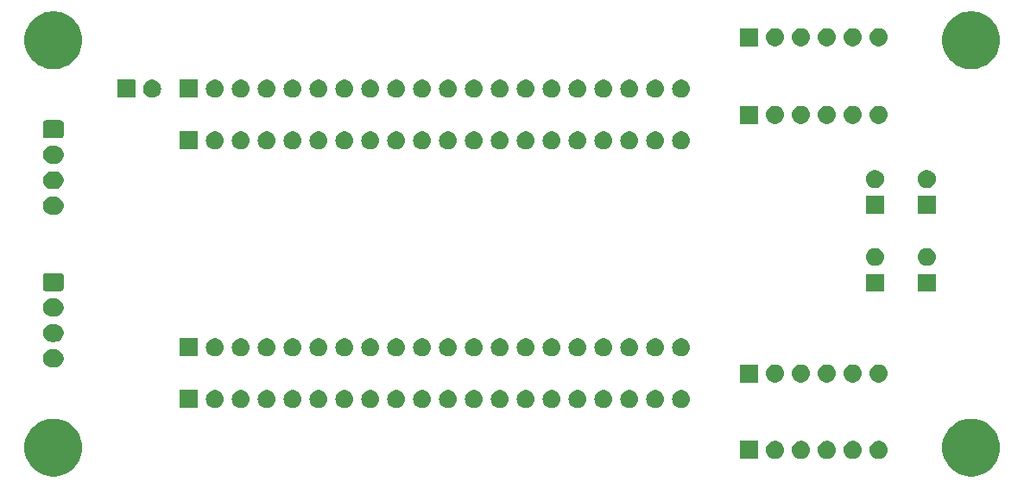
<source format=gbs>
G04 #@! TF.GenerationSoftware,KiCad,Pcbnew,7.0.5*
G04 #@! TF.CreationDate,2023-06-29T23:29:46-06:00*
G04 #@! TF.ProjectId,speedy-breakout,73706565-6479-42d6-9272-65616b6f7574,1.0*
G04 #@! TF.SameCoordinates,Original*
G04 #@! TF.FileFunction,Soldermask,Bot*
G04 #@! TF.FilePolarity,Negative*
%FSLAX46Y46*%
G04 Gerber Fmt 4.6, Leading zero omitted, Abs format (unit mm)*
G04 Created by KiCad (PCBNEW 7.0.5) date 2023-06-29 23:29:46*
%MOMM*%
%LPD*%
G01*
G04 APERTURE LIST*
G04 APERTURE END LIST*
G36*
X105492814Y-117205116D02*
G01*
X105813948Y-117281226D01*
X106124074Y-117394103D01*
X106419000Y-117542220D01*
X106694736Y-117723574D01*
X106947554Y-117935714D01*
X107174034Y-118175769D01*
X107371114Y-118440494D01*
X107536129Y-118726308D01*
X107666848Y-119029347D01*
X107761501Y-119345512D01*
X107818810Y-119670528D01*
X107838000Y-120000000D01*
X107818810Y-120329472D01*
X107761501Y-120654488D01*
X107666848Y-120970653D01*
X107536129Y-121273692D01*
X107371114Y-121559506D01*
X107174034Y-121824231D01*
X106947554Y-122064286D01*
X106694736Y-122276426D01*
X106419000Y-122457780D01*
X106124074Y-122605897D01*
X105813948Y-122718774D01*
X105492814Y-122794884D01*
X105165015Y-122833199D01*
X104834985Y-122833199D01*
X104507186Y-122794884D01*
X104186052Y-122718774D01*
X103875926Y-122605897D01*
X103581000Y-122457780D01*
X103305264Y-122276426D01*
X103052446Y-122064286D01*
X102825966Y-121824231D01*
X102628886Y-121559506D01*
X102463871Y-121273692D01*
X102333152Y-120970653D01*
X102238499Y-120654488D01*
X102181190Y-120329472D01*
X102162000Y-120000000D01*
X102181190Y-119670528D01*
X102238499Y-119345512D01*
X102333152Y-119029347D01*
X102463871Y-118726308D01*
X102628886Y-118440494D01*
X102825966Y-118175769D01*
X103052446Y-117935714D01*
X103305264Y-117723574D01*
X103581000Y-117542220D01*
X103875926Y-117394103D01*
X104186052Y-117281226D01*
X104507186Y-117205116D01*
X104834985Y-117166801D01*
X105165015Y-117166801D01*
X105492814Y-117205116D01*
G37*
G36*
X195492814Y-117205116D02*
G01*
X195813948Y-117281226D01*
X196124074Y-117394103D01*
X196419000Y-117542220D01*
X196694736Y-117723574D01*
X196947554Y-117935714D01*
X197174034Y-118175769D01*
X197371114Y-118440494D01*
X197536129Y-118726308D01*
X197666848Y-119029347D01*
X197761501Y-119345512D01*
X197818810Y-119670528D01*
X197838000Y-120000000D01*
X197818810Y-120329472D01*
X197761501Y-120654488D01*
X197666848Y-120970653D01*
X197536129Y-121273692D01*
X197371114Y-121559506D01*
X197174034Y-121824231D01*
X196947554Y-122064286D01*
X196694736Y-122276426D01*
X196419000Y-122457780D01*
X196124074Y-122605897D01*
X195813948Y-122718774D01*
X195492814Y-122794884D01*
X195165015Y-122833199D01*
X194834985Y-122833199D01*
X194507186Y-122794884D01*
X194186052Y-122718774D01*
X193875926Y-122605897D01*
X193581000Y-122457780D01*
X193305264Y-122276426D01*
X193052446Y-122064286D01*
X192825966Y-121824231D01*
X192628886Y-121559506D01*
X192463871Y-121273692D01*
X192333152Y-120970653D01*
X192238499Y-120654488D01*
X192181190Y-120329472D01*
X192162000Y-120000000D01*
X192181190Y-119670528D01*
X192238499Y-119345512D01*
X192333152Y-119029347D01*
X192463871Y-118726308D01*
X192628886Y-118440494D01*
X192825966Y-118175769D01*
X193052446Y-117935714D01*
X193305264Y-117723574D01*
X193581000Y-117542220D01*
X193875926Y-117394103D01*
X194186052Y-117281226D01*
X194507186Y-117205116D01*
X194834985Y-117166801D01*
X195165015Y-117166801D01*
X195492814Y-117205116D01*
G37*
G36*
X174094542Y-119344893D02*
G01*
X174106870Y-119353130D01*
X174115107Y-119365458D01*
X174118000Y-119380000D01*
X174118000Y-121080000D01*
X174115107Y-121094542D01*
X174106870Y-121106870D01*
X174094542Y-121115107D01*
X174080000Y-121118000D01*
X172380000Y-121118000D01*
X172365458Y-121115107D01*
X172353130Y-121106870D01*
X172344893Y-121094542D01*
X172342000Y-121080000D01*
X172342000Y-119380000D01*
X172344893Y-119365458D01*
X172353130Y-119353130D01*
X172365458Y-119344893D01*
X172380000Y-119342000D01*
X174080000Y-119342000D01*
X174094542Y-119344893D01*
G37*
G36*
X176044407Y-119385462D02*
G01*
X176214000Y-119460969D01*
X176364188Y-119570087D01*
X176488407Y-119708047D01*
X176581228Y-119868818D01*
X176638595Y-120045374D01*
X176658000Y-120230000D01*
X176638595Y-120414626D01*
X176581228Y-120591182D01*
X176488407Y-120751953D01*
X176364188Y-120889913D01*
X176214000Y-120999031D01*
X176044407Y-121074538D01*
X175862821Y-121113135D01*
X175677179Y-121113135D01*
X175495593Y-121074538D01*
X175326000Y-120999031D01*
X175175812Y-120889913D01*
X175051593Y-120751953D01*
X174958772Y-120591182D01*
X174901405Y-120414626D01*
X174882000Y-120230000D01*
X174901405Y-120045374D01*
X174958772Y-119868818D01*
X175051593Y-119708047D01*
X175175812Y-119570087D01*
X175326000Y-119460969D01*
X175495593Y-119385462D01*
X175677179Y-119346865D01*
X175862821Y-119346865D01*
X176044407Y-119385462D01*
G37*
G36*
X178584407Y-119385462D02*
G01*
X178754000Y-119460969D01*
X178904188Y-119570087D01*
X179028407Y-119708047D01*
X179121228Y-119868818D01*
X179178595Y-120045374D01*
X179198000Y-120230000D01*
X179178595Y-120414626D01*
X179121228Y-120591182D01*
X179028407Y-120751953D01*
X178904188Y-120889913D01*
X178754000Y-120999031D01*
X178584407Y-121074538D01*
X178402821Y-121113135D01*
X178217179Y-121113135D01*
X178035593Y-121074538D01*
X177866000Y-120999031D01*
X177715812Y-120889913D01*
X177591593Y-120751953D01*
X177498772Y-120591182D01*
X177441405Y-120414626D01*
X177422000Y-120230000D01*
X177441405Y-120045374D01*
X177498772Y-119868818D01*
X177591593Y-119708047D01*
X177715812Y-119570087D01*
X177866000Y-119460969D01*
X178035593Y-119385462D01*
X178217179Y-119346865D01*
X178402821Y-119346865D01*
X178584407Y-119385462D01*
G37*
G36*
X181124407Y-119385462D02*
G01*
X181294000Y-119460969D01*
X181444188Y-119570087D01*
X181568407Y-119708047D01*
X181661228Y-119868818D01*
X181718595Y-120045374D01*
X181738000Y-120230000D01*
X181718595Y-120414626D01*
X181661228Y-120591182D01*
X181568407Y-120751953D01*
X181444188Y-120889913D01*
X181294000Y-120999031D01*
X181124407Y-121074538D01*
X180942821Y-121113135D01*
X180757179Y-121113135D01*
X180575593Y-121074538D01*
X180406000Y-120999031D01*
X180255812Y-120889913D01*
X180131593Y-120751953D01*
X180038772Y-120591182D01*
X179981405Y-120414626D01*
X179962000Y-120230000D01*
X179981405Y-120045374D01*
X180038772Y-119868818D01*
X180131593Y-119708047D01*
X180255812Y-119570087D01*
X180406000Y-119460969D01*
X180575593Y-119385462D01*
X180757179Y-119346865D01*
X180942821Y-119346865D01*
X181124407Y-119385462D01*
G37*
G36*
X183664407Y-119385462D02*
G01*
X183834000Y-119460969D01*
X183984188Y-119570087D01*
X184108407Y-119708047D01*
X184201228Y-119868818D01*
X184258595Y-120045374D01*
X184278000Y-120230000D01*
X184258595Y-120414626D01*
X184201228Y-120591182D01*
X184108407Y-120751953D01*
X183984188Y-120889913D01*
X183834000Y-120999031D01*
X183664407Y-121074538D01*
X183482821Y-121113135D01*
X183297179Y-121113135D01*
X183115593Y-121074538D01*
X182946000Y-120999031D01*
X182795812Y-120889913D01*
X182671593Y-120751953D01*
X182578772Y-120591182D01*
X182521405Y-120414626D01*
X182502000Y-120230000D01*
X182521405Y-120045374D01*
X182578772Y-119868818D01*
X182671593Y-119708047D01*
X182795812Y-119570087D01*
X182946000Y-119460969D01*
X183115593Y-119385462D01*
X183297179Y-119346865D01*
X183482821Y-119346865D01*
X183664407Y-119385462D01*
G37*
G36*
X186204407Y-119385462D02*
G01*
X186374000Y-119460969D01*
X186524188Y-119570087D01*
X186648407Y-119708047D01*
X186741228Y-119868818D01*
X186798595Y-120045374D01*
X186818000Y-120230000D01*
X186798595Y-120414626D01*
X186741228Y-120591182D01*
X186648407Y-120751953D01*
X186524188Y-120889913D01*
X186374000Y-120999031D01*
X186204407Y-121074538D01*
X186022821Y-121113135D01*
X185837179Y-121113135D01*
X185655593Y-121074538D01*
X185486000Y-120999031D01*
X185335812Y-120889913D01*
X185211593Y-120751953D01*
X185118772Y-120591182D01*
X185061405Y-120414626D01*
X185042000Y-120230000D01*
X185061405Y-120045374D01*
X185118772Y-119868818D01*
X185211593Y-119708047D01*
X185335812Y-119570087D01*
X185486000Y-119460969D01*
X185655593Y-119385462D01*
X185837179Y-119346865D01*
X186022821Y-119346865D01*
X186204407Y-119385462D01*
G37*
G36*
X119156742Y-114355294D02*
G01*
X119169070Y-114363531D01*
X119177307Y-114375859D01*
X119180200Y-114390401D01*
X119180200Y-116090401D01*
X119177307Y-116104943D01*
X119169070Y-116117271D01*
X119156742Y-116125508D01*
X119142200Y-116128401D01*
X117442200Y-116128401D01*
X117427658Y-116125508D01*
X117415330Y-116117271D01*
X117407093Y-116104943D01*
X117404200Y-116090401D01*
X117404200Y-114390401D01*
X117407093Y-114375859D01*
X117415330Y-114363531D01*
X117427658Y-114355294D01*
X117442200Y-114352401D01*
X119142200Y-114352401D01*
X119156742Y-114355294D01*
G37*
G36*
X121106607Y-114395863D02*
G01*
X121276200Y-114471370D01*
X121426388Y-114580488D01*
X121550607Y-114718448D01*
X121643428Y-114879219D01*
X121700795Y-115055775D01*
X121720200Y-115240401D01*
X121700795Y-115425027D01*
X121643428Y-115601583D01*
X121550607Y-115762354D01*
X121426388Y-115900314D01*
X121276200Y-116009432D01*
X121106607Y-116084939D01*
X120925021Y-116123536D01*
X120739379Y-116123536D01*
X120557793Y-116084939D01*
X120388200Y-116009432D01*
X120238012Y-115900314D01*
X120113793Y-115762354D01*
X120020972Y-115601583D01*
X119963605Y-115425027D01*
X119944200Y-115240401D01*
X119963605Y-115055775D01*
X120020972Y-114879219D01*
X120113793Y-114718448D01*
X120238012Y-114580488D01*
X120388200Y-114471370D01*
X120557793Y-114395863D01*
X120739379Y-114357266D01*
X120925021Y-114357266D01*
X121106607Y-114395863D01*
G37*
G36*
X123646607Y-114395863D02*
G01*
X123816200Y-114471370D01*
X123966388Y-114580488D01*
X124090607Y-114718448D01*
X124183428Y-114879219D01*
X124240795Y-115055775D01*
X124260200Y-115240401D01*
X124240795Y-115425027D01*
X124183428Y-115601583D01*
X124090607Y-115762354D01*
X123966388Y-115900314D01*
X123816200Y-116009432D01*
X123646607Y-116084939D01*
X123465021Y-116123536D01*
X123279379Y-116123536D01*
X123097793Y-116084939D01*
X122928200Y-116009432D01*
X122778012Y-115900314D01*
X122653793Y-115762354D01*
X122560972Y-115601583D01*
X122503605Y-115425027D01*
X122484200Y-115240401D01*
X122503605Y-115055775D01*
X122560972Y-114879219D01*
X122653793Y-114718448D01*
X122778012Y-114580488D01*
X122928200Y-114471370D01*
X123097793Y-114395863D01*
X123279379Y-114357266D01*
X123465021Y-114357266D01*
X123646607Y-114395863D01*
G37*
G36*
X126186607Y-114395863D02*
G01*
X126356200Y-114471370D01*
X126506388Y-114580488D01*
X126630607Y-114718448D01*
X126723428Y-114879219D01*
X126780795Y-115055775D01*
X126800200Y-115240401D01*
X126780795Y-115425027D01*
X126723428Y-115601583D01*
X126630607Y-115762354D01*
X126506388Y-115900314D01*
X126356200Y-116009432D01*
X126186607Y-116084939D01*
X126005021Y-116123536D01*
X125819379Y-116123536D01*
X125637793Y-116084939D01*
X125468200Y-116009432D01*
X125318012Y-115900314D01*
X125193793Y-115762354D01*
X125100972Y-115601583D01*
X125043605Y-115425027D01*
X125024200Y-115240401D01*
X125043605Y-115055775D01*
X125100972Y-114879219D01*
X125193793Y-114718448D01*
X125318012Y-114580488D01*
X125468200Y-114471370D01*
X125637793Y-114395863D01*
X125819379Y-114357266D01*
X126005021Y-114357266D01*
X126186607Y-114395863D01*
G37*
G36*
X128726607Y-114395863D02*
G01*
X128896200Y-114471370D01*
X129046388Y-114580488D01*
X129170607Y-114718448D01*
X129263428Y-114879219D01*
X129320795Y-115055775D01*
X129340200Y-115240401D01*
X129320795Y-115425027D01*
X129263428Y-115601583D01*
X129170607Y-115762354D01*
X129046388Y-115900314D01*
X128896200Y-116009432D01*
X128726607Y-116084939D01*
X128545021Y-116123536D01*
X128359379Y-116123536D01*
X128177793Y-116084939D01*
X128008200Y-116009432D01*
X127858012Y-115900314D01*
X127733793Y-115762354D01*
X127640972Y-115601583D01*
X127583605Y-115425027D01*
X127564200Y-115240401D01*
X127583605Y-115055775D01*
X127640972Y-114879219D01*
X127733793Y-114718448D01*
X127858012Y-114580488D01*
X128008200Y-114471370D01*
X128177793Y-114395863D01*
X128359379Y-114357266D01*
X128545021Y-114357266D01*
X128726607Y-114395863D01*
G37*
G36*
X131266607Y-114395863D02*
G01*
X131436200Y-114471370D01*
X131586388Y-114580488D01*
X131710607Y-114718448D01*
X131803428Y-114879219D01*
X131860795Y-115055775D01*
X131880200Y-115240401D01*
X131860795Y-115425027D01*
X131803428Y-115601583D01*
X131710607Y-115762354D01*
X131586388Y-115900314D01*
X131436200Y-116009432D01*
X131266607Y-116084939D01*
X131085021Y-116123536D01*
X130899379Y-116123536D01*
X130717793Y-116084939D01*
X130548200Y-116009432D01*
X130398012Y-115900314D01*
X130273793Y-115762354D01*
X130180972Y-115601583D01*
X130123605Y-115425027D01*
X130104200Y-115240401D01*
X130123605Y-115055775D01*
X130180972Y-114879219D01*
X130273793Y-114718448D01*
X130398012Y-114580488D01*
X130548200Y-114471370D01*
X130717793Y-114395863D01*
X130899379Y-114357266D01*
X131085021Y-114357266D01*
X131266607Y-114395863D01*
G37*
G36*
X133806607Y-114395863D02*
G01*
X133976200Y-114471370D01*
X134126388Y-114580488D01*
X134250607Y-114718448D01*
X134343428Y-114879219D01*
X134400795Y-115055775D01*
X134420200Y-115240401D01*
X134400795Y-115425027D01*
X134343428Y-115601583D01*
X134250607Y-115762354D01*
X134126388Y-115900314D01*
X133976200Y-116009432D01*
X133806607Y-116084939D01*
X133625021Y-116123536D01*
X133439379Y-116123536D01*
X133257793Y-116084939D01*
X133088200Y-116009432D01*
X132938012Y-115900314D01*
X132813793Y-115762354D01*
X132720972Y-115601583D01*
X132663605Y-115425027D01*
X132644200Y-115240401D01*
X132663605Y-115055775D01*
X132720972Y-114879219D01*
X132813793Y-114718448D01*
X132938012Y-114580488D01*
X133088200Y-114471370D01*
X133257793Y-114395863D01*
X133439379Y-114357266D01*
X133625021Y-114357266D01*
X133806607Y-114395863D01*
G37*
G36*
X136346607Y-114395863D02*
G01*
X136516200Y-114471370D01*
X136666388Y-114580488D01*
X136790607Y-114718448D01*
X136883428Y-114879219D01*
X136940795Y-115055775D01*
X136960200Y-115240401D01*
X136940795Y-115425027D01*
X136883428Y-115601583D01*
X136790607Y-115762354D01*
X136666388Y-115900314D01*
X136516200Y-116009432D01*
X136346607Y-116084939D01*
X136165021Y-116123536D01*
X135979379Y-116123536D01*
X135797793Y-116084939D01*
X135628200Y-116009432D01*
X135478012Y-115900314D01*
X135353793Y-115762354D01*
X135260972Y-115601583D01*
X135203605Y-115425027D01*
X135184200Y-115240401D01*
X135203605Y-115055775D01*
X135260972Y-114879219D01*
X135353793Y-114718448D01*
X135478012Y-114580488D01*
X135628200Y-114471370D01*
X135797793Y-114395863D01*
X135979379Y-114357266D01*
X136165021Y-114357266D01*
X136346607Y-114395863D01*
G37*
G36*
X138886607Y-114395863D02*
G01*
X139056200Y-114471370D01*
X139206388Y-114580488D01*
X139330607Y-114718448D01*
X139423428Y-114879219D01*
X139480795Y-115055775D01*
X139500200Y-115240401D01*
X139480795Y-115425027D01*
X139423428Y-115601583D01*
X139330607Y-115762354D01*
X139206388Y-115900314D01*
X139056200Y-116009432D01*
X138886607Y-116084939D01*
X138705021Y-116123536D01*
X138519379Y-116123536D01*
X138337793Y-116084939D01*
X138168200Y-116009432D01*
X138018012Y-115900314D01*
X137893793Y-115762354D01*
X137800972Y-115601583D01*
X137743605Y-115425027D01*
X137724200Y-115240401D01*
X137743605Y-115055775D01*
X137800972Y-114879219D01*
X137893793Y-114718448D01*
X138018012Y-114580488D01*
X138168200Y-114471370D01*
X138337793Y-114395863D01*
X138519379Y-114357266D01*
X138705021Y-114357266D01*
X138886607Y-114395863D01*
G37*
G36*
X141426607Y-114395863D02*
G01*
X141596200Y-114471370D01*
X141746388Y-114580488D01*
X141870607Y-114718448D01*
X141963428Y-114879219D01*
X142020795Y-115055775D01*
X142040200Y-115240401D01*
X142020795Y-115425027D01*
X141963428Y-115601583D01*
X141870607Y-115762354D01*
X141746388Y-115900314D01*
X141596200Y-116009432D01*
X141426607Y-116084939D01*
X141245021Y-116123536D01*
X141059379Y-116123536D01*
X140877793Y-116084939D01*
X140708200Y-116009432D01*
X140558012Y-115900314D01*
X140433793Y-115762354D01*
X140340972Y-115601583D01*
X140283605Y-115425027D01*
X140264200Y-115240401D01*
X140283605Y-115055775D01*
X140340972Y-114879219D01*
X140433793Y-114718448D01*
X140558012Y-114580488D01*
X140708200Y-114471370D01*
X140877793Y-114395863D01*
X141059379Y-114357266D01*
X141245021Y-114357266D01*
X141426607Y-114395863D01*
G37*
G36*
X143966607Y-114395863D02*
G01*
X144136200Y-114471370D01*
X144286388Y-114580488D01*
X144410607Y-114718448D01*
X144503428Y-114879219D01*
X144560795Y-115055775D01*
X144580200Y-115240401D01*
X144560795Y-115425027D01*
X144503428Y-115601583D01*
X144410607Y-115762354D01*
X144286388Y-115900314D01*
X144136200Y-116009432D01*
X143966607Y-116084939D01*
X143785021Y-116123536D01*
X143599379Y-116123536D01*
X143417793Y-116084939D01*
X143248200Y-116009432D01*
X143098012Y-115900314D01*
X142973793Y-115762354D01*
X142880972Y-115601583D01*
X142823605Y-115425027D01*
X142804200Y-115240401D01*
X142823605Y-115055775D01*
X142880972Y-114879219D01*
X142973793Y-114718448D01*
X143098012Y-114580488D01*
X143248200Y-114471370D01*
X143417793Y-114395863D01*
X143599379Y-114357266D01*
X143785021Y-114357266D01*
X143966607Y-114395863D01*
G37*
G36*
X146506607Y-114395863D02*
G01*
X146676200Y-114471370D01*
X146826388Y-114580488D01*
X146950607Y-114718448D01*
X147043428Y-114879219D01*
X147100795Y-115055775D01*
X147120200Y-115240401D01*
X147100795Y-115425027D01*
X147043428Y-115601583D01*
X146950607Y-115762354D01*
X146826388Y-115900314D01*
X146676200Y-116009432D01*
X146506607Y-116084939D01*
X146325021Y-116123536D01*
X146139379Y-116123536D01*
X145957793Y-116084939D01*
X145788200Y-116009432D01*
X145638012Y-115900314D01*
X145513793Y-115762354D01*
X145420972Y-115601583D01*
X145363605Y-115425027D01*
X145344200Y-115240401D01*
X145363605Y-115055775D01*
X145420972Y-114879219D01*
X145513793Y-114718448D01*
X145638012Y-114580488D01*
X145788200Y-114471370D01*
X145957793Y-114395863D01*
X146139379Y-114357266D01*
X146325021Y-114357266D01*
X146506607Y-114395863D01*
G37*
G36*
X149046607Y-114395863D02*
G01*
X149216200Y-114471370D01*
X149366388Y-114580488D01*
X149490607Y-114718448D01*
X149583428Y-114879219D01*
X149640795Y-115055775D01*
X149660200Y-115240401D01*
X149640795Y-115425027D01*
X149583428Y-115601583D01*
X149490607Y-115762354D01*
X149366388Y-115900314D01*
X149216200Y-116009432D01*
X149046607Y-116084939D01*
X148865021Y-116123536D01*
X148679379Y-116123536D01*
X148497793Y-116084939D01*
X148328200Y-116009432D01*
X148178012Y-115900314D01*
X148053793Y-115762354D01*
X147960972Y-115601583D01*
X147903605Y-115425027D01*
X147884200Y-115240401D01*
X147903605Y-115055775D01*
X147960972Y-114879219D01*
X148053793Y-114718448D01*
X148178012Y-114580488D01*
X148328200Y-114471370D01*
X148497793Y-114395863D01*
X148679379Y-114357266D01*
X148865021Y-114357266D01*
X149046607Y-114395863D01*
G37*
G36*
X151586607Y-114395863D02*
G01*
X151756200Y-114471370D01*
X151906388Y-114580488D01*
X152030607Y-114718448D01*
X152123428Y-114879219D01*
X152180795Y-115055775D01*
X152200200Y-115240401D01*
X152180795Y-115425027D01*
X152123428Y-115601583D01*
X152030607Y-115762354D01*
X151906388Y-115900314D01*
X151756200Y-116009432D01*
X151586607Y-116084939D01*
X151405021Y-116123536D01*
X151219379Y-116123536D01*
X151037793Y-116084939D01*
X150868200Y-116009432D01*
X150718012Y-115900314D01*
X150593793Y-115762354D01*
X150500972Y-115601583D01*
X150443605Y-115425027D01*
X150424200Y-115240401D01*
X150443605Y-115055775D01*
X150500972Y-114879219D01*
X150593793Y-114718448D01*
X150718012Y-114580488D01*
X150868200Y-114471370D01*
X151037793Y-114395863D01*
X151219379Y-114357266D01*
X151405021Y-114357266D01*
X151586607Y-114395863D01*
G37*
G36*
X154126607Y-114395863D02*
G01*
X154296200Y-114471370D01*
X154446388Y-114580488D01*
X154570607Y-114718448D01*
X154663428Y-114879219D01*
X154720795Y-115055775D01*
X154740200Y-115240401D01*
X154720795Y-115425027D01*
X154663428Y-115601583D01*
X154570607Y-115762354D01*
X154446388Y-115900314D01*
X154296200Y-116009432D01*
X154126607Y-116084939D01*
X153945021Y-116123536D01*
X153759379Y-116123536D01*
X153577793Y-116084939D01*
X153408200Y-116009432D01*
X153258012Y-115900314D01*
X153133793Y-115762354D01*
X153040972Y-115601583D01*
X152983605Y-115425027D01*
X152964200Y-115240401D01*
X152983605Y-115055775D01*
X153040972Y-114879219D01*
X153133793Y-114718448D01*
X153258012Y-114580488D01*
X153408200Y-114471370D01*
X153577793Y-114395863D01*
X153759379Y-114357266D01*
X153945021Y-114357266D01*
X154126607Y-114395863D01*
G37*
G36*
X156666607Y-114395863D02*
G01*
X156836200Y-114471370D01*
X156986388Y-114580488D01*
X157110607Y-114718448D01*
X157203428Y-114879219D01*
X157260795Y-115055775D01*
X157280200Y-115240401D01*
X157260795Y-115425027D01*
X157203428Y-115601583D01*
X157110607Y-115762354D01*
X156986388Y-115900314D01*
X156836200Y-116009432D01*
X156666607Y-116084939D01*
X156485021Y-116123536D01*
X156299379Y-116123536D01*
X156117793Y-116084939D01*
X155948200Y-116009432D01*
X155798012Y-115900314D01*
X155673793Y-115762354D01*
X155580972Y-115601583D01*
X155523605Y-115425027D01*
X155504200Y-115240401D01*
X155523605Y-115055775D01*
X155580972Y-114879219D01*
X155673793Y-114718448D01*
X155798012Y-114580488D01*
X155948200Y-114471370D01*
X156117793Y-114395863D01*
X156299379Y-114357266D01*
X156485021Y-114357266D01*
X156666607Y-114395863D01*
G37*
G36*
X159206607Y-114395863D02*
G01*
X159376200Y-114471370D01*
X159526388Y-114580488D01*
X159650607Y-114718448D01*
X159743428Y-114879219D01*
X159800795Y-115055775D01*
X159820200Y-115240401D01*
X159800795Y-115425027D01*
X159743428Y-115601583D01*
X159650607Y-115762354D01*
X159526388Y-115900314D01*
X159376200Y-116009432D01*
X159206607Y-116084939D01*
X159025021Y-116123536D01*
X158839379Y-116123536D01*
X158657793Y-116084939D01*
X158488200Y-116009432D01*
X158338012Y-115900314D01*
X158213793Y-115762354D01*
X158120972Y-115601583D01*
X158063605Y-115425027D01*
X158044200Y-115240401D01*
X158063605Y-115055775D01*
X158120972Y-114879219D01*
X158213793Y-114718448D01*
X158338012Y-114580488D01*
X158488200Y-114471370D01*
X158657793Y-114395863D01*
X158839379Y-114357266D01*
X159025021Y-114357266D01*
X159206607Y-114395863D01*
G37*
G36*
X161746607Y-114395863D02*
G01*
X161916200Y-114471370D01*
X162066388Y-114580488D01*
X162190607Y-114718448D01*
X162283428Y-114879219D01*
X162340795Y-115055775D01*
X162360200Y-115240401D01*
X162340795Y-115425027D01*
X162283428Y-115601583D01*
X162190607Y-115762354D01*
X162066388Y-115900314D01*
X161916200Y-116009432D01*
X161746607Y-116084939D01*
X161565021Y-116123536D01*
X161379379Y-116123536D01*
X161197793Y-116084939D01*
X161028200Y-116009432D01*
X160878012Y-115900314D01*
X160753793Y-115762354D01*
X160660972Y-115601583D01*
X160603605Y-115425027D01*
X160584200Y-115240401D01*
X160603605Y-115055775D01*
X160660972Y-114879219D01*
X160753793Y-114718448D01*
X160878012Y-114580488D01*
X161028200Y-114471370D01*
X161197793Y-114395863D01*
X161379379Y-114357266D01*
X161565021Y-114357266D01*
X161746607Y-114395863D01*
G37*
G36*
X164286607Y-114395863D02*
G01*
X164456200Y-114471370D01*
X164606388Y-114580488D01*
X164730607Y-114718448D01*
X164823428Y-114879219D01*
X164880795Y-115055775D01*
X164900200Y-115240401D01*
X164880795Y-115425027D01*
X164823428Y-115601583D01*
X164730607Y-115762354D01*
X164606388Y-115900314D01*
X164456200Y-116009432D01*
X164286607Y-116084939D01*
X164105021Y-116123536D01*
X163919379Y-116123536D01*
X163737793Y-116084939D01*
X163568200Y-116009432D01*
X163418012Y-115900314D01*
X163293793Y-115762354D01*
X163200972Y-115601583D01*
X163143605Y-115425027D01*
X163124200Y-115240401D01*
X163143605Y-115055775D01*
X163200972Y-114879219D01*
X163293793Y-114718448D01*
X163418012Y-114580488D01*
X163568200Y-114471370D01*
X163737793Y-114395863D01*
X163919379Y-114357266D01*
X164105021Y-114357266D01*
X164286607Y-114395863D01*
G37*
G36*
X166826607Y-114395863D02*
G01*
X166996200Y-114471370D01*
X167146388Y-114580488D01*
X167270607Y-114718448D01*
X167363428Y-114879219D01*
X167420795Y-115055775D01*
X167440200Y-115240401D01*
X167420795Y-115425027D01*
X167363428Y-115601583D01*
X167270607Y-115762354D01*
X167146388Y-115900314D01*
X166996200Y-116009432D01*
X166826607Y-116084939D01*
X166645021Y-116123536D01*
X166459379Y-116123536D01*
X166277793Y-116084939D01*
X166108200Y-116009432D01*
X165958012Y-115900314D01*
X165833793Y-115762354D01*
X165740972Y-115601583D01*
X165683605Y-115425027D01*
X165664200Y-115240401D01*
X165683605Y-115055775D01*
X165740972Y-114879219D01*
X165833793Y-114718448D01*
X165958012Y-114580488D01*
X166108200Y-114471370D01*
X166277793Y-114395863D01*
X166459379Y-114357266D01*
X166645021Y-114357266D01*
X166826607Y-114395863D01*
G37*
G36*
X174094542Y-111840294D02*
G01*
X174106870Y-111848531D01*
X174115107Y-111860859D01*
X174118000Y-111875401D01*
X174118000Y-113575401D01*
X174115107Y-113589943D01*
X174106870Y-113602271D01*
X174094542Y-113610508D01*
X174080000Y-113613401D01*
X172380000Y-113613401D01*
X172365458Y-113610508D01*
X172353130Y-113602271D01*
X172344893Y-113589943D01*
X172342000Y-113575401D01*
X172342000Y-111875401D01*
X172344893Y-111860859D01*
X172353130Y-111848531D01*
X172365458Y-111840294D01*
X172380000Y-111837401D01*
X174080000Y-111837401D01*
X174094542Y-111840294D01*
G37*
G36*
X176044407Y-111880863D02*
G01*
X176214000Y-111956370D01*
X176364188Y-112065488D01*
X176488407Y-112203448D01*
X176581228Y-112364219D01*
X176638595Y-112540775D01*
X176658000Y-112725401D01*
X176638595Y-112910027D01*
X176581228Y-113086583D01*
X176488407Y-113247354D01*
X176364188Y-113385314D01*
X176214000Y-113494432D01*
X176044407Y-113569939D01*
X175862821Y-113608536D01*
X175677179Y-113608536D01*
X175495593Y-113569939D01*
X175326000Y-113494432D01*
X175175812Y-113385314D01*
X175051593Y-113247354D01*
X174958772Y-113086583D01*
X174901405Y-112910027D01*
X174882000Y-112725401D01*
X174901405Y-112540775D01*
X174958772Y-112364219D01*
X175051593Y-112203448D01*
X175175812Y-112065488D01*
X175326000Y-111956370D01*
X175495593Y-111880863D01*
X175677179Y-111842266D01*
X175862821Y-111842266D01*
X176044407Y-111880863D01*
G37*
G36*
X178584407Y-111880863D02*
G01*
X178754000Y-111956370D01*
X178904188Y-112065488D01*
X179028407Y-112203448D01*
X179121228Y-112364219D01*
X179178595Y-112540775D01*
X179198000Y-112725401D01*
X179178595Y-112910027D01*
X179121228Y-113086583D01*
X179028407Y-113247354D01*
X178904188Y-113385314D01*
X178754000Y-113494432D01*
X178584407Y-113569939D01*
X178402821Y-113608536D01*
X178217179Y-113608536D01*
X178035593Y-113569939D01*
X177866000Y-113494432D01*
X177715812Y-113385314D01*
X177591593Y-113247354D01*
X177498772Y-113086583D01*
X177441405Y-112910027D01*
X177422000Y-112725401D01*
X177441405Y-112540775D01*
X177498772Y-112364219D01*
X177591593Y-112203448D01*
X177715812Y-112065488D01*
X177866000Y-111956370D01*
X178035593Y-111880863D01*
X178217179Y-111842266D01*
X178402821Y-111842266D01*
X178584407Y-111880863D01*
G37*
G36*
X181124407Y-111880863D02*
G01*
X181294000Y-111956370D01*
X181444188Y-112065488D01*
X181568407Y-112203448D01*
X181661228Y-112364219D01*
X181718595Y-112540775D01*
X181738000Y-112725401D01*
X181718595Y-112910027D01*
X181661228Y-113086583D01*
X181568407Y-113247354D01*
X181444188Y-113385314D01*
X181294000Y-113494432D01*
X181124407Y-113569939D01*
X180942821Y-113608536D01*
X180757179Y-113608536D01*
X180575593Y-113569939D01*
X180406000Y-113494432D01*
X180255812Y-113385314D01*
X180131593Y-113247354D01*
X180038772Y-113086583D01*
X179981405Y-112910027D01*
X179962000Y-112725401D01*
X179981405Y-112540775D01*
X180038772Y-112364219D01*
X180131593Y-112203448D01*
X180255812Y-112065488D01*
X180406000Y-111956370D01*
X180575593Y-111880863D01*
X180757179Y-111842266D01*
X180942821Y-111842266D01*
X181124407Y-111880863D01*
G37*
G36*
X183664407Y-111880863D02*
G01*
X183834000Y-111956370D01*
X183984188Y-112065488D01*
X184108407Y-112203448D01*
X184201228Y-112364219D01*
X184258595Y-112540775D01*
X184278000Y-112725401D01*
X184258595Y-112910027D01*
X184201228Y-113086583D01*
X184108407Y-113247354D01*
X183984188Y-113385314D01*
X183834000Y-113494432D01*
X183664407Y-113569939D01*
X183482821Y-113608536D01*
X183297179Y-113608536D01*
X183115593Y-113569939D01*
X182946000Y-113494432D01*
X182795812Y-113385314D01*
X182671593Y-113247354D01*
X182578772Y-113086583D01*
X182521405Y-112910027D01*
X182502000Y-112725401D01*
X182521405Y-112540775D01*
X182578772Y-112364219D01*
X182671593Y-112203448D01*
X182795812Y-112065488D01*
X182946000Y-111956370D01*
X183115593Y-111880863D01*
X183297179Y-111842266D01*
X183482821Y-111842266D01*
X183664407Y-111880863D01*
G37*
G36*
X186204407Y-111880863D02*
G01*
X186374000Y-111956370D01*
X186524188Y-112065488D01*
X186648407Y-112203448D01*
X186741228Y-112364219D01*
X186798595Y-112540775D01*
X186818000Y-112725401D01*
X186798595Y-112910027D01*
X186741228Y-113086583D01*
X186648407Y-113247354D01*
X186524188Y-113385314D01*
X186374000Y-113494432D01*
X186204407Y-113569939D01*
X186022821Y-113608536D01*
X185837179Y-113608536D01*
X185655593Y-113569939D01*
X185486000Y-113494432D01*
X185335812Y-113385314D01*
X185211593Y-113247354D01*
X185118772Y-113086583D01*
X185061405Y-112910027D01*
X185042000Y-112725401D01*
X185061405Y-112540775D01*
X185118772Y-112364219D01*
X185211593Y-112203448D01*
X185335812Y-112065488D01*
X185486000Y-111956370D01*
X185655593Y-111880863D01*
X185837179Y-111842266D01*
X186022821Y-111842266D01*
X186204407Y-111880863D01*
G37*
G36*
X105309626Y-110381405D02*
G01*
X105486182Y-110438772D01*
X105646953Y-110531593D01*
X105784913Y-110655812D01*
X105894031Y-110806000D01*
X105969538Y-110975593D01*
X106008135Y-111157179D01*
X106008135Y-111342821D01*
X105969538Y-111524407D01*
X105894031Y-111694000D01*
X105784913Y-111844188D01*
X105646953Y-111968407D01*
X105486182Y-112061228D01*
X105309626Y-112118595D01*
X105125000Y-112138000D01*
X105122381Y-112138000D01*
X104877619Y-112138000D01*
X104875000Y-112138000D01*
X104690374Y-112118595D01*
X104513818Y-112061228D01*
X104353047Y-111968407D01*
X104215087Y-111844188D01*
X104105969Y-111694000D01*
X104030462Y-111524407D01*
X103991865Y-111342821D01*
X103991865Y-111157179D01*
X104030462Y-110975593D01*
X104105969Y-110806000D01*
X104215087Y-110655812D01*
X104353047Y-110531593D01*
X104513818Y-110438772D01*
X104690374Y-110381405D01*
X104875000Y-110362000D01*
X105125000Y-110362000D01*
X105309626Y-110381405D01*
G37*
G36*
X119156742Y-109275294D02*
G01*
X119169070Y-109283531D01*
X119177307Y-109295859D01*
X119180200Y-109310401D01*
X119180200Y-111010401D01*
X119177307Y-111024943D01*
X119169070Y-111037271D01*
X119156742Y-111045508D01*
X119142200Y-111048401D01*
X117442200Y-111048401D01*
X117427658Y-111045508D01*
X117415330Y-111037271D01*
X117407093Y-111024943D01*
X117404200Y-111010401D01*
X117404200Y-109310401D01*
X117407093Y-109295859D01*
X117415330Y-109283531D01*
X117427658Y-109275294D01*
X117442200Y-109272401D01*
X119142200Y-109272401D01*
X119156742Y-109275294D01*
G37*
G36*
X121106607Y-109315863D02*
G01*
X121276200Y-109391370D01*
X121426388Y-109500488D01*
X121550607Y-109638448D01*
X121643428Y-109799219D01*
X121700795Y-109975775D01*
X121720200Y-110160401D01*
X121700795Y-110345027D01*
X121643428Y-110521583D01*
X121550607Y-110682354D01*
X121426388Y-110820314D01*
X121276200Y-110929432D01*
X121106607Y-111004939D01*
X120925021Y-111043536D01*
X120739379Y-111043536D01*
X120557793Y-111004939D01*
X120388200Y-110929432D01*
X120238012Y-110820314D01*
X120113793Y-110682354D01*
X120020972Y-110521583D01*
X119963605Y-110345027D01*
X119944200Y-110160401D01*
X119963605Y-109975775D01*
X120020972Y-109799219D01*
X120113793Y-109638448D01*
X120238012Y-109500488D01*
X120388200Y-109391370D01*
X120557793Y-109315863D01*
X120739379Y-109277266D01*
X120925021Y-109277266D01*
X121106607Y-109315863D01*
G37*
G36*
X123646607Y-109315863D02*
G01*
X123816200Y-109391370D01*
X123966388Y-109500488D01*
X124090607Y-109638448D01*
X124183428Y-109799219D01*
X124240795Y-109975775D01*
X124260200Y-110160401D01*
X124240795Y-110345027D01*
X124183428Y-110521583D01*
X124090607Y-110682354D01*
X123966388Y-110820314D01*
X123816200Y-110929432D01*
X123646607Y-111004939D01*
X123465021Y-111043536D01*
X123279379Y-111043536D01*
X123097793Y-111004939D01*
X122928200Y-110929432D01*
X122778012Y-110820314D01*
X122653793Y-110682354D01*
X122560972Y-110521583D01*
X122503605Y-110345027D01*
X122484200Y-110160401D01*
X122503605Y-109975775D01*
X122560972Y-109799219D01*
X122653793Y-109638448D01*
X122778012Y-109500488D01*
X122928200Y-109391370D01*
X123097793Y-109315863D01*
X123279379Y-109277266D01*
X123465021Y-109277266D01*
X123646607Y-109315863D01*
G37*
G36*
X126186607Y-109315863D02*
G01*
X126356200Y-109391370D01*
X126506388Y-109500488D01*
X126630607Y-109638448D01*
X126723428Y-109799219D01*
X126780795Y-109975775D01*
X126800200Y-110160401D01*
X126780795Y-110345027D01*
X126723428Y-110521583D01*
X126630607Y-110682354D01*
X126506388Y-110820314D01*
X126356200Y-110929432D01*
X126186607Y-111004939D01*
X126005021Y-111043536D01*
X125819379Y-111043536D01*
X125637793Y-111004939D01*
X125468200Y-110929432D01*
X125318012Y-110820314D01*
X125193793Y-110682354D01*
X125100972Y-110521583D01*
X125043605Y-110345027D01*
X125024200Y-110160401D01*
X125043605Y-109975775D01*
X125100972Y-109799219D01*
X125193793Y-109638448D01*
X125318012Y-109500488D01*
X125468200Y-109391370D01*
X125637793Y-109315863D01*
X125819379Y-109277266D01*
X126005021Y-109277266D01*
X126186607Y-109315863D01*
G37*
G36*
X128726607Y-109315863D02*
G01*
X128896200Y-109391370D01*
X129046388Y-109500488D01*
X129170607Y-109638448D01*
X129263428Y-109799219D01*
X129320795Y-109975775D01*
X129340200Y-110160401D01*
X129320795Y-110345027D01*
X129263428Y-110521583D01*
X129170607Y-110682354D01*
X129046388Y-110820314D01*
X128896200Y-110929432D01*
X128726607Y-111004939D01*
X128545021Y-111043536D01*
X128359379Y-111043536D01*
X128177793Y-111004939D01*
X128008200Y-110929432D01*
X127858012Y-110820314D01*
X127733793Y-110682354D01*
X127640972Y-110521583D01*
X127583605Y-110345027D01*
X127564200Y-110160401D01*
X127583605Y-109975775D01*
X127640972Y-109799219D01*
X127733793Y-109638448D01*
X127858012Y-109500488D01*
X128008200Y-109391370D01*
X128177793Y-109315863D01*
X128359379Y-109277266D01*
X128545021Y-109277266D01*
X128726607Y-109315863D01*
G37*
G36*
X131266607Y-109315863D02*
G01*
X131436200Y-109391370D01*
X131586388Y-109500488D01*
X131710607Y-109638448D01*
X131803428Y-109799219D01*
X131860795Y-109975775D01*
X131880200Y-110160401D01*
X131860795Y-110345027D01*
X131803428Y-110521583D01*
X131710607Y-110682354D01*
X131586388Y-110820314D01*
X131436200Y-110929432D01*
X131266607Y-111004939D01*
X131085021Y-111043536D01*
X130899379Y-111043536D01*
X130717793Y-111004939D01*
X130548200Y-110929432D01*
X130398012Y-110820314D01*
X130273793Y-110682354D01*
X130180972Y-110521583D01*
X130123605Y-110345027D01*
X130104200Y-110160401D01*
X130123605Y-109975775D01*
X130180972Y-109799219D01*
X130273793Y-109638448D01*
X130398012Y-109500488D01*
X130548200Y-109391370D01*
X130717793Y-109315863D01*
X130899379Y-109277266D01*
X131085021Y-109277266D01*
X131266607Y-109315863D01*
G37*
G36*
X133806607Y-109315863D02*
G01*
X133976200Y-109391370D01*
X134126388Y-109500488D01*
X134250607Y-109638448D01*
X134343428Y-109799219D01*
X134400795Y-109975775D01*
X134420200Y-110160401D01*
X134400795Y-110345027D01*
X134343428Y-110521583D01*
X134250607Y-110682354D01*
X134126388Y-110820314D01*
X133976200Y-110929432D01*
X133806607Y-111004939D01*
X133625021Y-111043536D01*
X133439379Y-111043536D01*
X133257793Y-111004939D01*
X133088200Y-110929432D01*
X132938012Y-110820314D01*
X132813793Y-110682354D01*
X132720972Y-110521583D01*
X132663605Y-110345027D01*
X132644200Y-110160401D01*
X132663605Y-109975775D01*
X132720972Y-109799219D01*
X132813793Y-109638448D01*
X132938012Y-109500488D01*
X133088200Y-109391370D01*
X133257793Y-109315863D01*
X133439379Y-109277266D01*
X133625021Y-109277266D01*
X133806607Y-109315863D01*
G37*
G36*
X136346607Y-109315863D02*
G01*
X136516200Y-109391370D01*
X136666388Y-109500488D01*
X136790607Y-109638448D01*
X136883428Y-109799219D01*
X136940795Y-109975775D01*
X136960200Y-110160401D01*
X136940795Y-110345027D01*
X136883428Y-110521583D01*
X136790607Y-110682354D01*
X136666388Y-110820314D01*
X136516200Y-110929432D01*
X136346607Y-111004939D01*
X136165021Y-111043536D01*
X135979379Y-111043536D01*
X135797793Y-111004939D01*
X135628200Y-110929432D01*
X135478012Y-110820314D01*
X135353793Y-110682354D01*
X135260972Y-110521583D01*
X135203605Y-110345027D01*
X135184200Y-110160401D01*
X135203605Y-109975775D01*
X135260972Y-109799219D01*
X135353793Y-109638448D01*
X135478012Y-109500488D01*
X135628200Y-109391370D01*
X135797793Y-109315863D01*
X135979379Y-109277266D01*
X136165021Y-109277266D01*
X136346607Y-109315863D01*
G37*
G36*
X138886607Y-109315863D02*
G01*
X139056200Y-109391370D01*
X139206388Y-109500488D01*
X139330607Y-109638448D01*
X139423428Y-109799219D01*
X139480795Y-109975775D01*
X139500200Y-110160401D01*
X139480795Y-110345027D01*
X139423428Y-110521583D01*
X139330607Y-110682354D01*
X139206388Y-110820314D01*
X139056200Y-110929432D01*
X138886607Y-111004939D01*
X138705021Y-111043536D01*
X138519379Y-111043536D01*
X138337793Y-111004939D01*
X138168200Y-110929432D01*
X138018012Y-110820314D01*
X137893793Y-110682354D01*
X137800972Y-110521583D01*
X137743605Y-110345027D01*
X137724200Y-110160401D01*
X137743605Y-109975775D01*
X137800972Y-109799219D01*
X137893793Y-109638448D01*
X138018012Y-109500488D01*
X138168200Y-109391370D01*
X138337793Y-109315863D01*
X138519379Y-109277266D01*
X138705021Y-109277266D01*
X138886607Y-109315863D01*
G37*
G36*
X141426607Y-109315863D02*
G01*
X141596200Y-109391370D01*
X141746388Y-109500488D01*
X141870607Y-109638448D01*
X141963428Y-109799219D01*
X142020795Y-109975775D01*
X142040200Y-110160401D01*
X142020795Y-110345027D01*
X141963428Y-110521583D01*
X141870607Y-110682354D01*
X141746388Y-110820314D01*
X141596200Y-110929432D01*
X141426607Y-111004939D01*
X141245021Y-111043536D01*
X141059379Y-111043536D01*
X140877793Y-111004939D01*
X140708200Y-110929432D01*
X140558012Y-110820314D01*
X140433793Y-110682354D01*
X140340972Y-110521583D01*
X140283605Y-110345027D01*
X140264200Y-110160401D01*
X140283605Y-109975775D01*
X140340972Y-109799219D01*
X140433793Y-109638448D01*
X140558012Y-109500488D01*
X140708200Y-109391370D01*
X140877793Y-109315863D01*
X141059379Y-109277266D01*
X141245021Y-109277266D01*
X141426607Y-109315863D01*
G37*
G36*
X143966607Y-109315863D02*
G01*
X144136200Y-109391370D01*
X144286388Y-109500488D01*
X144410607Y-109638448D01*
X144503428Y-109799219D01*
X144560795Y-109975775D01*
X144580200Y-110160401D01*
X144560795Y-110345027D01*
X144503428Y-110521583D01*
X144410607Y-110682354D01*
X144286388Y-110820314D01*
X144136200Y-110929432D01*
X143966607Y-111004939D01*
X143785021Y-111043536D01*
X143599379Y-111043536D01*
X143417793Y-111004939D01*
X143248200Y-110929432D01*
X143098012Y-110820314D01*
X142973793Y-110682354D01*
X142880972Y-110521583D01*
X142823605Y-110345027D01*
X142804200Y-110160401D01*
X142823605Y-109975775D01*
X142880972Y-109799219D01*
X142973793Y-109638448D01*
X143098012Y-109500488D01*
X143248200Y-109391370D01*
X143417793Y-109315863D01*
X143599379Y-109277266D01*
X143785021Y-109277266D01*
X143966607Y-109315863D01*
G37*
G36*
X146506607Y-109315863D02*
G01*
X146676200Y-109391370D01*
X146826388Y-109500488D01*
X146950607Y-109638448D01*
X147043428Y-109799219D01*
X147100795Y-109975775D01*
X147120200Y-110160401D01*
X147100795Y-110345027D01*
X147043428Y-110521583D01*
X146950607Y-110682354D01*
X146826388Y-110820314D01*
X146676200Y-110929432D01*
X146506607Y-111004939D01*
X146325021Y-111043536D01*
X146139379Y-111043536D01*
X145957793Y-111004939D01*
X145788200Y-110929432D01*
X145638012Y-110820314D01*
X145513793Y-110682354D01*
X145420972Y-110521583D01*
X145363605Y-110345027D01*
X145344200Y-110160401D01*
X145363605Y-109975775D01*
X145420972Y-109799219D01*
X145513793Y-109638448D01*
X145638012Y-109500488D01*
X145788200Y-109391370D01*
X145957793Y-109315863D01*
X146139379Y-109277266D01*
X146325021Y-109277266D01*
X146506607Y-109315863D01*
G37*
G36*
X149046607Y-109315863D02*
G01*
X149216200Y-109391370D01*
X149366388Y-109500488D01*
X149490607Y-109638448D01*
X149583428Y-109799219D01*
X149640795Y-109975775D01*
X149660200Y-110160401D01*
X149640795Y-110345027D01*
X149583428Y-110521583D01*
X149490607Y-110682354D01*
X149366388Y-110820314D01*
X149216200Y-110929432D01*
X149046607Y-111004939D01*
X148865021Y-111043536D01*
X148679379Y-111043536D01*
X148497793Y-111004939D01*
X148328200Y-110929432D01*
X148178012Y-110820314D01*
X148053793Y-110682354D01*
X147960972Y-110521583D01*
X147903605Y-110345027D01*
X147884200Y-110160401D01*
X147903605Y-109975775D01*
X147960972Y-109799219D01*
X148053793Y-109638448D01*
X148178012Y-109500488D01*
X148328200Y-109391370D01*
X148497793Y-109315863D01*
X148679379Y-109277266D01*
X148865021Y-109277266D01*
X149046607Y-109315863D01*
G37*
G36*
X151586607Y-109315863D02*
G01*
X151756200Y-109391370D01*
X151906388Y-109500488D01*
X152030607Y-109638448D01*
X152123428Y-109799219D01*
X152180795Y-109975775D01*
X152200200Y-110160401D01*
X152180795Y-110345027D01*
X152123428Y-110521583D01*
X152030607Y-110682354D01*
X151906388Y-110820314D01*
X151756200Y-110929432D01*
X151586607Y-111004939D01*
X151405021Y-111043536D01*
X151219379Y-111043536D01*
X151037793Y-111004939D01*
X150868200Y-110929432D01*
X150718012Y-110820314D01*
X150593793Y-110682354D01*
X150500972Y-110521583D01*
X150443605Y-110345027D01*
X150424200Y-110160401D01*
X150443605Y-109975775D01*
X150500972Y-109799219D01*
X150593793Y-109638448D01*
X150718012Y-109500488D01*
X150868200Y-109391370D01*
X151037793Y-109315863D01*
X151219379Y-109277266D01*
X151405021Y-109277266D01*
X151586607Y-109315863D01*
G37*
G36*
X154126607Y-109315863D02*
G01*
X154296200Y-109391370D01*
X154446388Y-109500488D01*
X154570607Y-109638448D01*
X154663428Y-109799219D01*
X154720795Y-109975775D01*
X154740200Y-110160401D01*
X154720795Y-110345027D01*
X154663428Y-110521583D01*
X154570607Y-110682354D01*
X154446388Y-110820314D01*
X154296200Y-110929432D01*
X154126607Y-111004939D01*
X153945021Y-111043536D01*
X153759379Y-111043536D01*
X153577793Y-111004939D01*
X153408200Y-110929432D01*
X153258012Y-110820314D01*
X153133793Y-110682354D01*
X153040972Y-110521583D01*
X152983605Y-110345027D01*
X152964200Y-110160401D01*
X152983605Y-109975775D01*
X153040972Y-109799219D01*
X153133793Y-109638448D01*
X153258012Y-109500488D01*
X153408200Y-109391370D01*
X153577793Y-109315863D01*
X153759379Y-109277266D01*
X153945021Y-109277266D01*
X154126607Y-109315863D01*
G37*
G36*
X156666607Y-109315863D02*
G01*
X156836200Y-109391370D01*
X156986388Y-109500488D01*
X157110607Y-109638448D01*
X157203428Y-109799219D01*
X157260795Y-109975775D01*
X157280200Y-110160401D01*
X157260795Y-110345027D01*
X157203428Y-110521583D01*
X157110607Y-110682354D01*
X156986388Y-110820314D01*
X156836200Y-110929432D01*
X156666607Y-111004939D01*
X156485021Y-111043536D01*
X156299379Y-111043536D01*
X156117793Y-111004939D01*
X155948200Y-110929432D01*
X155798012Y-110820314D01*
X155673793Y-110682354D01*
X155580972Y-110521583D01*
X155523605Y-110345027D01*
X155504200Y-110160401D01*
X155523605Y-109975775D01*
X155580972Y-109799219D01*
X155673793Y-109638448D01*
X155798012Y-109500488D01*
X155948200Y-109391370D01*
X156117793Y-109315863D01*
X156299379Y-109277266D01*
X156485021Y-109277266D01*
X156666607Y-109315863D01*
G37*
G36*
X159206607Y-109315863D02*
G01*
X159376200Y-109391370D01*
X159526388Y-109500488D01*
X159650607Y-109638448D01*
X159743428Y-109799219D01*
X159800795Y-109975775D01*
X159820200Y-110160401D01*
X159800795Y-110345027D01*
X159743428Y-110521583D01*
X159650607Y-110682354D01*
X159526388Y-110820314D01*
X159376200Y-110929432D01*
X159206607Y-111004939D01*
X159025021Y-111043536D01*
X158839379Y-111043536D01*
X158657793Y-111004939D01*
X158488200Y-110929432D01*
X158338012Y-110820314D01*
X158213793Y-110682354D01*
X158120972Y-110521583D01*
X158063605Y-110345027D01*
X158044200Y-110160401D01*
X158063605Y-109975775D01*
X158120972Y-109799219D01*
X158213793Y-109638448D01*
X158338012Y-109500488D01*
X158488200Y-109391370D01*
X158657793Y-109315863D01*
X158839379Y-109277266D01*
X159025021Y-109277266D01*
X159206607Y-109315863D01*
G37*
G36*
X161746607Y-109315863D02*
G01*
X161916200Y-109391370D01*
X162066388Y-109500488D01*
X162190607Y-109638448D01*
X162283428Y-109799219D01*
X162340795Y-109975775D01*
X162360200Y-110160401D01*
X162340795Y-110345027D01*
X162283428Y-110521583D01*
X162190607Y-110682354D01*
X162066388Y-110820314D01*
X161916200Y-110929432D01*
X161746607Y-111004939D01*
X161565021Y-111043536D01*
X161379379Y-111043536D01*
X161197793Y-111004939D01*
X161028200Y-110929432D01*
X160878012Y-110820314D01*
X160753793Y-110682354D01*
X160660972Y-110521583D01*
X160603605Y-110345027D01*
X160584200Y-110160401D01*
X160603605Y-109975775D01*
X160660972Y-109799219D01*
X160753793Y-109638448D01*
X160878012Y-109500488D01*
X161028200Y-109391370D01*
X161197793Y-109315863D01*
X161379379Y-109277266D01*
X161565021Y-109277266D01*
X161746607Y-109315863D01*
G37*
G36*
X164286607Y-109315863D02*
G01*
X164456200Y-109391370D01*
X164606388Y-109500488D01*
X164730607Y-109638448D01*
X164823428Y-109799219D01*
X164880795Y-109975775D01*
X164900200Y-110160401D01*
X164880795Y-110345027D01*
X164823428Y-110521583D01*
X164730607Y-110682354D01*
X164606388Y-110820314D01*
X164456200Y-110929432D01*
X164286607Y-111004939D01*
X164105021Y-111043536D01*
X163919379Y-111043536D01*
X163737793Y-111004939D01*
X163568200Y-110929432D01*
X163418012Y-110820314D01*
X163293793Y-110682354D01*
X163200972Y-110521583D01*
X163143605Y-110345027D01*
X163124200Y-110160401D01*
X163143605Y-109975775D01*
X163200972Y-109799219D01*
X163293793Y-109638448D01*
X163418012Y-109500488D01*
X163568200Y-109391370D01*
X163737793Y-109315863D01*
X163919379Y-109277266D01*
X164105021Y-109277266D01*
X164286607Y-109315863D01*
G37*
G36*
X166826607Y-109315863D02*
G01*
X166996200Y-109391370D01*
X167146388Y-109500488D01*
X167270607Y-109638448D01*
X167363428Y-109799219D01*
X167420795Y-109975775D01*
X167440200Y-110160401D01*
X167420795Y-110345027D01*
X167363428Y-110521583D01*
X167270607Y-110682354D01*
X167146388Y-110820314D01*
X166996200Y-110929432D01*
X166826607Y-111004939D01*
X166645021Y-111043536D01*
X166459379Y-111043536D01*
X166277793Y-111004939D01*
X166108200Y-110929432D01*
X165958012Y-110820314D01*
X165833793Y-110682354D01*
X165740972Y-110521583D01*
X165683605Y-110345027D01*
X165664200Y-110160401D01*
X165683605Y-109975775D01*
X165740972Y-109799219D01*
X165833793Y-109638448D01*
X165958012Y-109500488D01*
X166108200Y-109391370D01*
X166277793Y-109315863D01*
X166459379Y-109277266D01*
X166645021Y-109277266D01*
X166826607Y-109315863D01*
G37*
G36*
X105309626Y-107881405D02*
G01*
X105486182Y-107938772D01*
X105646953Y-108031593D01*
X105784913Y-108155812D01*
X105894031Y-108306000D01*
X105969538Y-108475593D01*
X106008135Y-108657179D01*
X106008135Y-108842821D01*
X105969538Y-109024407D01*
X105894031Y-109194000D01*
X105784913Y-109344188D01*
X105646953Y-109468407D01*
X105486182Y-109561228D01*
X105309626Y-109618595D01*
X105125000Y-109638000D01*
X105122381Y-109638000D01*
X104877619Y-109638000D01*
X104875000Y-109638000D01*
X104690374Y-109618595D01*
X104513818Y-109561228D01*
X104353047Y-109468407D01*
X104215087Y-109344188D01*
X104105969Y-109194000D01*
X104030462Y-109024407D01*
X103991865Y-108842821D01*
X103991865Y-108657179D01*
X104030462Y-108475593D01*
X104105969Y-108306000D01*
X104215087Y-108155812D01*
X104353047Y-108031593D01*
X104513818Y-107938772D01*
X104690374Y-107881405D01*
X104875000Y-107862000D01*
X105125000Y-107862000D01*
X105309626Y-107881405D01*
G37*
G36*
X105309626Y-105381405D02*
G01*
X105486182Y-105438772D01*
X105646953Y-105531593D01*
X105784913Y-105655812D01*
X105894031Y-105806000D01*
X105969538Y-105975593D01*
X106008135Y-106157179D01*
X106008135Y-106342821D01*
X105969538Y-106524407D01*
X105894031Y-106694000D01*
X105784913Y-106844188D01*
X105646953Y-106968407D01*
X105486182Y-107061228D01*
X105309626Y-107118595D01*
X105125000Y-107138000D01*
X105122381Y-107138000D01*
X104877619Y-107138000D01*
X104875000Y-107138000D01*
X104690374Y-107118595D01*
X104513818Y-107061228D01*
X104353047Y-106968407D01*
X104215087Y-106844188D01*
X104105969Y-106694000D01*
X104030462Y-106524407D01*
X103991865Y-106342821D01*
X103991865Y-106157179D01*
X104030462Y-105975593D01*
X104105969Y-105806000D01*
X104215087Y-105655812D01*
X104353047Y-105531593D01*
X104513818Y-105438772D01*
X104690374Y-105381405D01*
X104875000Y-105362000D01*
X105125000Y-105362000D01*
X105309626Y-105381405D01*
G37*
G36*
X186434542Y-102939893D02*
G01*
X186446870Y-102948130D01*
X186455107Y-102960458D01*
X186458000Y-102975000D01*
X186458000Y-104675000D01*
X186455107Y-104689542D01*
X186446870Y-104701870D01*
X186434542Y-104710107D01*
X186420000Y-104713000D01*
X184720000Y-104713000D01*
X184705458Y-104710107D01*
X184693130Y-104701870D01*
X184684893Y-104689542D01*
X184682000Y-104675000D01*
X184682000Y-102975000D01*
X184684893Y-102960458D01*
X184693130Y-102948130D01*
X184705458Y-102939893D01*
X184720000Y-102937000D01*
X186420000Y-102937000D01*
X186434542Y-102939893D01*
G37*
G36*
X191514542Y-102939893D02*
G01*
X191526870Y-102948130D01*
X191535107Y-102960458D01*
X191538000Y-102975000D01*
X191538000Y-104675000D01*
X191535107Y-104689542D01*
X191526870Y-104701870D01*
X191514542Y-104710107D01*
X191500000Y-104713000D01*
X189800000Y-104713000D01*
X189785458Y-104710107D01*
X189773130Y-104701870D01*
X189764893Y-104689542D01*
X189762000Y-104675000D01*
X189762000Y-102975000D01*
X189764893Y-102960458D01*
X189773130Y-102948130D01*
X189785458Y-102939893D01*
X189800000Y-102937000D01*
X191500000Y-102937000D01*
X191514542Y-102939893D01*
G37*
G36*
X105790938Y-102869650D02*
G01*
X105795653Y-102871732D01*
X105798326Y-102872084D01*
X105831770Y-102887679D01*
X105887759Y-102912401D01*
X105962599Y-102987241D01*
X105987330Y-103043251D01*
X106002915Y-103076673D01*
X106003266Y-103079343D01*
X106005350Y-103084062D01*
X106013000Y-103150000D01*
X106013000Y-104350000D01*
X106005350Y-104415938D01*
X106003266Y-104420656D01*
X106002915Y-104423326D01*
X105987338Y-104456730D01*
X105962599Y-104512759D01*
X105887759Y-104587599D01*
X105831730Y-104612338D01*
X105798326Y-104627915D01*
X105795656Y-104628266D01*
X105790938Y-104630350D01*
X105725000Y-104638000D01*
X104275000Y-104638000D01*
X104209062Y-104630350D01*
X104204343Y-104628266D01*
X104201673Y-104627915D01*
X104168251Y-104612330D01*
X104112241Y-104587599D01*
X104037401Y-104512759D01*
X104012679Y-104456770D01*
X103997084Y-104423326D01*
X103996732Y-104420653D01*
X103994650Y-104415938D01*
X103987000Y-104350000D01*
X103987000Y-103150000D01*
X103994650Y-103084062D01*
X103996732Y-103079346D01*
X103997084Y-103076673D01*
X104012687Y-103043210D01*
X104037401Y-102987241D01*
X104112241Y-102912401D01*
X104168210Y-102887687D01*
X104201673Y-102872084D01*
X104204346Y-102871732D01*
X104209062Y-102869650D01*
X104275000Y-102862000D01*
X105725000Y-102862000D01*
X105790938Y-102869650D01*
G37*
G36*
X185844407Y-100440462D02*
G01*
X186014000Y-100515969D01*
X186164188Y-100625087D01*
X186288407Y-100763047D01*
X186381228Y-100923818D01*
X186438595Y-101100374D01*
X186458000Y-101285000D01*
X186438595Y-101469626D01*
X186381228Y-101646182D01*
X186288407Y-101806953D01*
X186164188Y-101944913D01*
X186014000Y-102054031D01*
X185844407Y-102129538D01*
X185662821Y-102168135D01*
X185477179Y-102168135D01*
X185295593Y-102129538D01*
X185126000Y-102054031D01*
X184975812Y-101944913D01*
X184851593Y-101806953D01*
X184758772Y-101646182D01*
X184701405Y-101469626D01*
X184682000Y-101285000D01*
X184701405Y-101100374D01*
X184758772Y-100923818D01*
X184851593Y-100763047D01*
X184975812Y-100625087D01*
X185126000Y-100515969D01*
X185295593Y-100440462D01*
X185477179Y-100401865D01*
X185662821Y-100401865D01*
X185844407Y-100440462D01*
G37*
G36*
X190924407Y-100440462D02*
G01*
X191094000Y-100515969D01*
X191244188Y-100625087D01*
X191368407Y-100763047D01*
X191461228Y-100923818D01*
X191518595Y-101100374D01*
X191538000Y-101285000D01*
X191518595Y-101469626D01*
X191461228Y-101646182D01*
X191368407Y-101806953D01*
X191244188Y-101944913D01*
X191094000Y-102054031D01*
X190924407Y-102129538D01*
X190742821Y-102168135D01*
X190557179Y-102168135D01*
X190375593Y-102129538D01*
X190206000Y-102054031D01*
X190055812Y-101944913D01*
X189931593Y-101806953D01*
X189838772Y-101646182D01*
X189781405Y-101469626D01*
X189762000Y-101285000D01*
X189781405Y-101100374D01*
X189838772Y-100923818D01*
X189931593Y-100763047D01*
X190055812Y-100625087D01*
X190206000Y-100515969D01*
X190375593Y-100440462D01*
X190557179Y-100401865D01*
X190742821Y-100401865D01*
X190924407Y-100440462D01*
G37*
G36*
X105309626Y-95381405D02*
G01*
X105486182Y-95438772D01*
X105646953Y-95531593D01*
X105784913Y-95655812D01*
X105894031Y-95806000D01*
X105969538Y-95975593D01*
X106008135Y-96157179D01*
X106008135Y-96342821D01*
X105969538Y-96524407D01*
X105894031Y-96694000D01*
X105784913Y-96844188D01*
X105646953Y-96968407D01*
X105486182Y-97061228D01*
X105309626Y-97118595D01*
X105125000Y-97138000D01*
X105122381Y-97138000D01*
X104877619Y-97138000D01*
X104875000Y-97138000D01*
X104690374Y-97118595D01*
X104513818Y-97061228D01*
X104353047Y-96968407D01*
X104215087Y-96844188D01*
X104105969Y-96694000D01*
X104030462Y-96524407D01*
X103991865Y-96342821D01*
X103991865Y-96157179D01*
X104030462Y-95975593D01*
X104105969Y-95806000D01*
X104215087Y-95655812D01*
X104353047Y-95531593D01*
X104513818Y-95438772D01*
X104690374Y-95381405D01*
X104875000Y-95362000D01*
X105125000Y-95362000D01*
X105309626Y-95381405D01*
G37*
G36*
X186434542Y-95289893D02*
G01*
X186446870Y-95298130D01*
X186455107Y-95310458D01*
X186458000Y-95325000D01*
X186458000Y-97025000D01*
X186455107Y-97039542D01*
X186446870Y-97051870D01*
X186434542Y-97060107D01*
X186420000Y-97063000D01*
X184720000Y-97063000D01*
X184705458Y-97060107D01*
X184693130Y-97051870D01*
X184684893Y-97039542D01*
X184682000Y-97025000D01*
X184682000Y-95325000D01*
X184684893Y-95310458D01*
X184693130Y-95298130D01*
X184705458Y-95289893D01*
X184720000Y-95287000D01*
X186420000Y-95287000D01*
X186434542Y-95289893D01*
G37*
G36*
X191514542Y-95289893D02*
G01*
X191526870Y-95298130D01*
X191535107Y-95310458D01*
X191538000Y-95325000D01*
X191538000Y-97025000D01*
X191535107Y-97039542D01*
X191526870Y-97051870D01*
X191514542Y-97060107D01*
X191500000Y-97063000D01*
X189800000Y-97063000D01*
X189785458Y-97060107D01*
X189773130Y-97051870D01*
X189764893Y-97039542D01*
X189762000Y-97025000D01*
X189762000Y-95325000D01*
X189764893Y-95310458D01*
X189773130Y-95298130D01*
X189785458Y-95289893D01*
X189800000Y-95287000D01*
X191500000Y-95287000D01*
X191514542Y-95289893D01*
G37*
G36*
X105309626Y-92881405D02*
G01*
X105486182Y-92938772D01*
X105646953Y-93031593D01*
X105784913Y-93155812D01*
X105894031Y-93306000D01*
X105969538Y-93475593D01*
X106008135Y-93657179D01*
X106008135Y-93842821D01*
X105969538Y-94024407D01*
X105894031Y-94194000D01*
X105784913Y-94344188D01*
X105646953Y-94468407D01*
X105486182Y-94561228D01*
X105309626Y-94618595D01*
X105125000Y-94638000D01*
X105122381Y-94638000D01*
X104877619Y-94638000D01*
X104875000Y-94638000D01*
X104690374Y-94618595D01*
X104513818Y-94561228D01*
X104353047Y-94468407D01*
X104215087Y-94344188D01*
X104105969Y-94194000D01*
X104030462Y-94024407D01*
X103991865Y-93842821D01*
X103991865Y-93657179D01*
X104030462Y-93475593D01*
X104105969Y-93306000D01*
X104215087Y-93155812D01*
X104353047Y-93031593D01*
X104513818Y-92938772D01*
X104690374Y-92881405D01*
X104875000Y-92862000D01*
X105125000Y-92862000D01*
X105309626Y-92881405D01*
G37*
G36*
X185844407Y-92790462D02*
G01*
X186014000Y-92865969D01*
X186164188Y-92975087D01*
X186288407Y-93113047D01*
X186381228Y-93273818D01*
X186438595Y-93450374D01*
X186458000Y-93635000D01*
X186438595Y-93819626D01*
X186381228Y-93996182D01*
X186288407Y-94156953D01*
X186164188Y-94294913D01*
X186014000Y-94404031D01*
X185844407Y-94479538D01*
X185662821Y-94518135D01*
X185477179Y-94518135D01*
X185295593Y-94479538D01*
X185126000Y-94404031D01*
X184975812Y-94294913D01*
X184851593Y-94156953D01*
X184758772Y-93996182D01*
X184701405Y-93819626D01*
X184682000Y-93635000D01*
X184701405Y-93450374D01*
X184758772Y-93273818D01*
X184851593Y-93113047D01*
X184975812Y-92975087D01*
X185126000Y-92865969D01*
X185295593Y-92790462D01*
X185477179Y-92751865D01*
X185662821Y-92751865D01*
X185844407Y-92790462D01*
G37*
G36*
X190924407Y-92790462D02*
G01*
X191094000Y-92865969D01*
X191244188Y-92975087D01*
X191368407Y-93113047D01*
X191461228Y-93273818D01*
X191518595Y-93450374D01*
X191538000Y-93635000D01*
X191518595Y-93819626D01*
X191461228Y-93996182D01*
X191368407Y-94156953D01*
X191244188Y-94294913D01*
X191094000Y-94404031D01*
X190924407Y-94479538D01*
X190742821Y-94518135D01*
X190557179Y-94518135D01*
X190375593Y-94479538D01*
X190206000Y-94404031D01*
X190055812Y-94294913D01*
X189931593Y-94156953D01*
X189838772Y-93996182D01*
X189781405Y-93819626D01*
X189762000Y-93635000D01*
X189781405Y-93450374D01*
X189838772Y-93273818D01*
X189931593Y-93113047D01*
X190055812Y-92975087D01*
X190206000Y-92865969D01*
X190375593Y-92790462D01*
X190557179Y-92751865D01*
X190742821Y-92751865D01*
X190924407Y-92790462D01*
G37*
G36*
X105309626Y-90381405D02*
G01*
X105486182Y-90438772D01*
X105646953Y-90531593D01*
X105784913Y-90655812D01*
X105894031Y-90806000D01*
X105969538Y-90975593D01*
X106008135Y-91157179D01*
X106008135Y-91342821D01*
X105969538Y-91524407D01*
X105894031Y-91694000D01*
X105784913Y-91844188D01*
X105646953Y-91968407D01*
X105486182Y-92061228D01*
X105309626Y-92118595D01*
X105125000Y-92138000D01*
X105122381Y-92138000D01*
X104877619Y-92138000D01*
X104875000Y-92138000D01*
X104690374Y-92118595D01*
X104513818Y-92061228D01*
X104353047Y-91968407D01*
X104215087Y-91844188D01*
X104105969Y-91694000D01*
X104030462Y-91524407D01*
X103991865Y-91342821D01*
X103991865Y-91157179D01*
X104030462Y-90975593D01*
X104105969Y-90806000D01*
X104215087Y-90655812D01*
X104353047Y-90531593D01*
X104513818Y-90438772D01*
X104690374Y-90381405D01*
X104875000Y-90362000D01*
X105125000Y-90362000D01*
X105309626Y-90381405D01*
G37*
G36*
X119156742Y-88955294D02*
G01*
X119169070Y-88963531D01*
X119177307Y-88975859D01*
X119180200Y-88990401D01*
X119180200Y-90690401D01*
X119177307Y-90704943D01*
X119169070Y-90717271D01*
X119156742Y-90725508D01*
X119142200Y-90728401D01*
X117442200Y-90728401D01*
X117427658Y-90725508D01*
X117415330Y-90717271D01*
X117407093Y-90704943D01*
X117404200Y-90690401D01*
X117404200Y-88990401D01*
X117407093Y-88975859D01*
X117415330Y-88963531D01*
X117427658Y-88955294D01*
X117442200Y-88952401D01*
X119142200Y-88952401D01*
X119156742Y-88955294D01*
G37*
G36*
X121106607Y-88995863D02*
G01*
X121276200Y-89071370D01*
X121426388Y-89180488D01*
X121550607Y-89318448D01*
X121643428Y-89479219D01*
X121700795Y-89655775D01*
X121720200Y-89840401D01*
X121700795Y-90025027D01*
X121643428Y-90201583D01*
X121550607Y-90362354D01*
X121426388Y-90500314D01*
X121276200Y-90609432D01*
X121106607Y-90684939D01*
X120925021Y-90723536D01*
X120739379Y-90723536D01*
X120557793Y-90684939D01*
X120388200Y-90609432D01*
X120238012Y-90500314D01*
X120113793Y-90362354D01*
X120020972Y-90201583D01*
X119963605Y-90025027D01*
X119944200Y-89840401D01*
X119963605Y-89655775D01*
X120020972Y-89479219D01*
X120113793Y-89318448D01*
X120238012Y-89180488D01*
X120388200Y-89071370D01*
X120557793Y-88995863D01*
X120739379Y-88957266D01*
X120925021Y-88957266D01*
X121106607Y-88995863D01*
G37*
G36*
X123646607Y-88995863D02*
G01*
X123816200Y-89071370D01*
X123966388Y-89180488D01*
X124090607Y-89318448D01*
X124183428Y-89479219D01*
X124240795Y-89655775D01*
X124260200Y-89840401D01*
X124240795Y-90025027D01*
X124183428Y-90201583D01*
X124090607Y-90362354D01*
X123966388Y-90500314D01*
X123816200Y-90609432D01*
X123646607Y-90684939D01*
X123465021Y-90723536D01*
X123279379Y-90723536D01*
X123097793Y-90684939D01*
X122928200Y-90609432D01*
X122778012Y-90500314D01*
X122653793Y-90362354D01*
X122560972Y-90201583D01*
X122503605Y-90025027D01*
X122484200Y-89840401D01*
X122503605Y-89655775D01*
X122560972Y-89479219D01*
X122653793Y-89318448D01*
X122778012Y-89180488D01*
X122928200Y-89071370D01*
X123097793Y-88995863D01*
X123279379Y-88957266D01*
X123465021Y-88957266D01*
X123646607Y-88995863D01*
G37*
G36*
X126186607Y-88995863D02*
G01*
X126356200Y-89071370D01*
X126506388Y-89180488D01*
X126630607Y-89318448D01*
X126723428Y-89479219D01*
X126780795Y-89655775D01*
X126800200Y-89840401D01*
X126780795Y-90025027D01*
X126723428Y-90201583D01*
X126630607Y-90362354D01*
X126506388Y-90500314D01*
X126356200Y-90609432D01*
X126186607Y-90684939D01*
X126005021Y-90723536D01*
X125819379Y-90723536D01*
X125637793Y-90684939D01*
X125468200Y-90609432D01*
X125318012Y-90500314D01*
X125193793Y-90362354D01*
X125100972Y-90201583D01*
X125043605Y-90025027D01*
X125024200Y-89840401D01*
X125043605Y-89655775D01*
X125100972Y-89479219D01*
X125193793Y-89318448D01*
X125318012Y-89180488D01*
X125468200Y-89071370D01*
X125637793Y-88995863D01*
X125819379Y-88957266D01*
X126005021Y-88957266D01*
X126186607Y-88995863D01*
G37*
G36*
X128726607Y-88995863D02*
G01*
X128896200Y-89071370D01*
X129046388Y-89180488D01*
X129170607Y-89318448D01*
X129263428Y-89479219D01*
X129320795Y-89655775D01*
X129340200Y-89840401D01*
X129320795Y-90025027D01*
X129263428Y-90201583D01*
X129170607Y-90362354D01*
X129046388Y-90500314D01*
X128896200Y-90609432D01*
X128726607Y-90684939D01*
X128545021Y-90723536D01*
X128359379Y-90723536D01*
X128177793Y-90684939D01*
X128008200Y-90609432D01*
X127858012Y-90500314D01*
X127733793Y-90362354D01*
X127640972Y-90201583D01*
X127583605Y-90025027D01*
X127564200Y-89840401D01*
X127583605Y-89655775D01*
X127640972Y-89479219D01*
X127733793Y-89318448D01*
X127858012Y-89180488D01*
X128008200Y-89071370D01*
X128177793Y-88995863D01*
X128359379Y-88957266D01*
X128545021Y-88957266D01*
X128726607Y-88995863D01*
G37*
G36*
X131266607Y-88995863D02*
G01*
X131436200Y-89071370D01*
X131586388Y-89180488D01*
X131710607Y-89318448D01*
X131803428Y-89479219D01*
X131860795Y-89655775D01*
X131880200Y-89840401D01*
X131860795Y-90025027D01*
X131803428Y-90201583D01*
X131710607Y-90362354D01*
X131586388Y-90500314D01*
X131436200Y-90609432D01*
X131266607Y-90684939D01*
X131085021Y-90723536D01*
X130899379Y-90723536D01*
X130717793Y-90684939D01*
X130548200Y-90609432D01*
X130398012Y-90500314D01*
X130273793Y-90362354D01*
X130180972Y-90201583D01*
X130123605Y-90025027D01*
X130104200Y-89840401D01*
X130123605Y-89655775D01*
X130180972Y-89479219D01*
X130273793Y-89318448D01*
X130398012Y-89180488D01*
X130548200Y-89071370D01*
X130717793Y-88995863D01*
X130899379Y-88957266D01*
X131085021Y-88957266D01*
X131266607Y-88995863D01*
G37*
G36*
X133806607Y-88995863D02*
G01*
X133976200Y-89071370D01*
X134126388Y-89180488D01*
X134250607Y-89318448D01*
X134343428Y-89479219D01*
X134400795Y-89655775D01*
X134420200Y-89840401D01*
X134400795Y-90025027D01*
X134343428Y-90201583D01*
X134250607Y-90362354D01*
X134126388Y-90500314D01*
X133976200Y-90609432D01*
X133806607Y-90684939D01*
X133625021Y-90723536D01*
X133439379Y-90723536D01*
X133257793Y-90684939D01*
X133088200Y-90609432D01*
X132938012Y-90500314D01*
X132813793Y-90362354D01*
X132720972Y-90201583D01*
X132663605Y-90025027D01*
X132644200Y-89840401D01*
X132663605Y-89655775D01*
X132720972Y-89479219D01*
X132813793Y-89318448D01*
X132938012Y-89180488D01*
X133088200Y-89071370D01*
X133257793Y-88995863D01*
X133439379Y-88957266D01*
X133625021Y-88957266D01*
X133806607Y-88995863D01*
G37*
G36*
X136346607Y-88995863D02*
G01*
X136516200Y-89071370D01*
X136666388Y-89180488D01*
X136790607Y-89318448D01*
X136883428Y-89479219D01*
X136940795Y-89655775D01*
X136960200Y-89840401D01*
X136940795Y-90025027D01*
X136883428Y-90201583D01*
X136790607Y-90362354D01*
X136666388Y-90500314D01*
X136516200Y-90609432D01*
X136346607Y-90684939D01*
X136165021Y-90723536D01*
X135979379Y-90723536D01*
X135797793Y-90684939D01*
X135628200Y-90609432D01*
X135478012Y-90500314D01*
X135353793Y-90362354D01*
X135260972Y-90201583D01*
X135203605Y-90025027D01*
X135184200Y-89840401D01*
X135203605Y-89655775D01*
X135260972Y-89479219D01*
X135353793Y-89318448D01*
X135478012Y-89180488D01*
X135628200Y-89071370D01*
X135797793Y-88995863D01*
X135979379Y-88957266D01*
X136165021Y-88957266D01*
X136346607Y-88995863D01*
G37*
G36*
X138886607Y-88995863D02*
G01*
X139056200Y-89071370D01*
X139206388Y-89180488D01*
X139330607Y-89318448D01*
X139423428Y-89479219D01*
X139480795Y-89655775D01*
X139500200Y-89840401D01*
X139480795Y-90025027D01*
X139423428Y-90201583D01*
X139330607Y-90362354D01*
X139206388Y-90500314D01*
X139056200Y-90609432D01*
X138886607Y-90684939D01*
X138705021Y-90723536D01*
X138519379Y-90723536D01*
X138337793Y-90684939D01*
X138168200Y-90609432D01*
X138018012Y-90500314D01*
X137893793Y-90362354D01*
X137800972Y-90201583D01*
X137743605Y-90025027D01*
X137724200Y-89840401D01*
X137743605Y-89655775D01*
X137800972Y-89479219D01*
X137893793Y-89318448D01*
X138018012Y-89180488D01*
X138168200Y-89071370D01*
X138337793Y-88995863D01*
X138519379Y-88957266D01*
X138705021Y-88957266D01*
X138886607Y-88995863D01*
G37*
G36*
X141426607Y-88995863D02*
G01*
X141596200Y-89071370D01*
X141746388Y-89180488D01*
X141870607Y-89318448D01*
X141963428Y-89479219D01*
X142020795Y-89655775D01*
X142040200Y-89840401D01*
X142020795Y-90025027D01*
X141963428Y-90201583D01*
X141870607Y-90362354D01*
X141746388Y-90500314D01*
X141596200Y-90609432D01*
X141426607Y-90684939D01*
X141245021Y-90723536D01*
X141059379Y-90723536D01*
X140877793Y-90684939D01*
X140708200Y-90609432D01*
X140558012Y-90500314D01*
X140433793Y-90362354D01*
X140340972Y-90201583D01*
X140283605Y-90025027D01*
X140264200Y-89840401D01*
X140283605Y-89655775D01*
X140340972Y-89479219D01*
X140433793Y-89318448D01*
X140558012Y-89180488D01*
X140708200Y-89071370D01*
X140877793Y-88995863D01*
X141059379Y-88957266D01*
X141245021Y-88957266D01*
X141426607Y-88995863D01*
G37*
G36*
X143966607Y-88995863D02*
G01*
X144136200Y-89071370D01*
X144286388Y-89180488D01*
X144410607Y-89318448D01*
X144503428Y-89479219D01*
X144560795Y-89655775D01*
X144580200Y-89840401D01*
X144560795Y-90025027D01*
X144503428Y-90201583D01*
X144410607Y-90362354D01*
X144286388Y-90500314D01*
X144136200Y-90609432D01*
X143966607Y-90684939D01*
X143785021Y-90723536D01*
X143599379Y-90723536D01*
X143417793Y-90684939D01*
X143248200Y-90609432D01*
X143098012Y-90500314D01*
X142973793Y-90362354D01*
X142880972Y-90201583D01*
X142823605Y-90025027D01*
X142804200Y-89840401D01*
X142823605Y-89655775D01*
X142880972Y-89479219D01*
X142973793Y-89318448D01*
X143098012Y-89180488D01*
X143248200Y-89071370D01*
X143417793Y-88995863D01*
X143599379Y-88957266D01*
X143785021Y-88957266D01*
X143966607Y-88995863D01*
G37*
G36*
X146506607Y-88995863D02*
G01*
X146676200Y-89071370D01*
X146826388Y-89180488D01*
X146950607Y-89318448D01*
X147043428Y-89479219D01*
X147100795Y-89655775D01*
X147120200Y-89840401D01*
X147100795Y-90025027D01*
X147043428Y-90201583D01*
X146950607Y-90362354D01*
X146826388Y-90500314D01*
X146676200Y-90609432D01*
X146506607Y-90684939D01*
X146325021Y-90723536D01*
X146139379Y-90723536D01*
X145957793Y-90684939D01*
X145788200Y-90609432D01*
X145638012Y-90500314D01*
X145513793Y-90362354D01*
X145420972Y-90201583D01*
X145363605Y-90025027D01*
X145344200Y-89840401D01*
X145363605Y-89655775D01*
X145420972Y-89479219D01*
X145513793Y-89318448D01*
X145638012Y-89180488D01*
X145788200Y-89071370D01*
X145957793Y-88995863D01*
X146139379Y-88957266D01*
X146325021Y-88957266D01*
X146506607Y-88995863D01*
G37*
G36*
X149046607Y-88995863D02*
G01*
X149216200Y-89071370D01*
X149366388Y-89180488D01*
X149490607Y-89318448D01*
X149583428Y-89479219D01*
X149640795Y-89655775D01*
X149660200Y-89840401D01*
X149640795Y-90025027D01*
X149583428Y-90201583D01*
X149490607Y-90362354D01*
X149366388Y-90500314D01*
X149216200Y-90609432D01*
X149046607Y-90684939D01*
X148865021Y-90723536D01*
X148679379Y-90723536D01*
X148497793Y-90684939D01*
X148328200Y-90609432D01*
X148178012Y-90500314D01*
X148053793Y-90362354D01*
X147960972Y-90201583D01*
X147903605Y-90025027D01*
X147884200Y-89840401D01*
X147903605Y-89655775D01*
X147960972Y-89479219D01*
X148053793Y-89318448D01*
X148178012Y-89180488D01*
X148328200Y-89071370D01*
X148497793Y-88995863D01*
X148679379Y-88957266D01*
X148865021Y-88957266D01*
X149046607Y-88995863D01*
G37*
G36*
X151586607Y-88995863D02*
G01*
X151756200Y-89071370D01*
X151906388Y-89180488D01*
X152030607Y-89318448D01*
X152123428Y-89479219D01*
X152180795Y-89655775D01*
X152200200Y-89840401D01*
X152180795Y-90025027D01*
X152123428Y-90201583D01*
X152030607Y-90362354D01*
X151906388Y-90500314D01*
X151756200Y-90609432D01*
X151586607Y-90684939D01*
X151405021Y-90723536D01*
X151219379Y-90723536D01*
X151037793Y-90684939D01*
X150868200Y-90609432D01*
X150718012Y-90500314D01*
X150593793Y-90362354D01*
X150500972Y-90201583D01*
X150443605Y-90025027D01*
X150424200Y-89840401D01*
X150443605Y-89655775D01*
X150500972Y-89479219D01*
X150593793Y-89318448D01*
X150718012Y-89180488D01*
X150868200Y-89071370D01*
X151037793Y-88995863D01*
X151219379Y-88957266D01*
X151405021Y-88957266D01*
X151586607Y-88995863D01*
G37*
G36*
X154126607Y-88995863D02*
G01*
X154296200Y-89071370D01*
X154446388Y-89180488D01*
X154570607Y-89318448D01*
X154663428Y-89479219D01*
X154720795Y-89655775D01*
X154740200Y-89840401D01*
X154720795Y-90025027D01*
X154663428Y-90201583D01*
X154570607Y-90362354D01*
X154446388Y-90500314D01*
X154296200Y-90609432D01*
X154126607Y-90684939D01*
X153945021Y-90723536D01*
X153759379Y-90723536D01*
X153577793Y-90684939D01*
X153408200Y-90609432D01*
X153258012Y-90500314D01*
X153133793Y-90362354D01*
X153040972Y-90201583D01*
X152983605Y-90025027D01*
X152964200Y-89840401D01*
X152983605Y-89655775D01*
X153040972Y-89479219D01*
X153133793Y-89318448D01*
X153258012Y-89180488D01*
X153408200Y-89071370D01*
X153577793Y-88995863D01*
X153759379Y-88957266D01*
X153945021Y-88957266D01*
X154126607Y-88995863D01*
G37*
G36*
X156666607Y-88995863D02*
G01*
X156836200Y-89071370D01*
X156986388Y-89180488D01*
X157110607Y-89318448D01*
X157203428Y-89479219D01*
X157260795Y-89655775D01*
X157280200Y-89840401D01*
X157260795Y-90025027D01*
X157203428Y-90201583D01*
X157110607Y-90362354D01*
X156986388Y-90500314D01*
X156836200Y-90609432D01*
X156666607Y-90684939D01*
X156485021Y-90723536D01*
X156299379Y-90723536D01*
X156117793Y-90684939D01*
X155948200Y-90609432D01*
X155798012Y-90500314D01*
X155673793Y-90362354D01*
X155580972Y-90201583D01*
X155523605Y-90025027D01*
X155504200Y-89840401D01*
X155523605Y-89655775D01*
X155580972Y-89479219D01*
X155673793Y-89318448D01*
X155798012Y-89180488D01*
X155948200Y-89071370D01*
X156117793Y-88995863D01*
X156299379Y-88957266D01*
X156485021Y-88957266D01*
X156666607Y-88995863D01*
G37*
G36*
X159206607Y-88995863D02*
G01*
X159376200Y-89071370D01*
X159526388Y-89180488D01*
X159650607Y-89318448D01*
X159743428Y-89479219D01*
X159800795Y-89655775D01*
X159820200Y-89840401D01*
X159800795Y-90025027D01*
X159743428Y-90201583D01*
X159650607Y-90362354D01*
X159526388Y-90500314D01*
X159376200Y-90609432D01*
X159206607Y-90684939D01*
X159025021Y-90723536D01*
X158839379Y-90723536D01*
X158657793Y-90684939D01*
X158488200Y-90609432D01*
X158338012Y-90500314D01*
X158213793Y-90362354D01*
X158120972Y-90201583D01*
X158063605Y-90025027D01*
X158044200Y-89840401D01*
X158063605Y-89655775D01*
X158120972Y-89479219D01*
X158213793Y-89318448D01*
X158338012Y-89180488D01*
X158488200Y-89071370D01*
X158657793Y-88995863D01*
X158839379Y-88957266D01*
X159025021Y-88957266D01*
X159206607Y-88995863D01*
G37*
G36*
X161746607Y-88995863D02*
G01*
X161916200Y-89071370D01*
X162066388Y-89180488D01*
X162190607Y-89318448D01*
X162283428Y-89479219D01*
X162340795Y-89655775D01*
X162360200Y-89840401D01*
X162340795Y-90025027D01*
X162283428Y-90201583D01*
X162190607Y-90362354D01*
X162066388Y-90500314D01*
X161916200Y-90609432D01*
X161746607Y-90684939D01*
X161565021Y-90723536D01*
X161379379Y-90723536D01*
X161197793Y-90684939D01*
X161028200Y-90609432D01*
X160878012Y-90500314D01*
X160753793Y-90362354D01*
X160660972Y-90201583D01*
X160603605Y-90025027D01*
X160584200Y-89840401D01*
X160603605Y-89655775D01*
X160660972Y-89479219D01*
X160753793Y-89318448D01*
X160878012Y-89180488D01*
X161028200Y-89071370D01*
X161197793Y-88995863D01*
X161379379Y-88957266D01*
X161565021Y-88957266D01*
X161746607Y-88995863D01*
G37*
G36*
X164286607Y-88995863D02*
G01*
X164456200Y-89071370D01*
X164606388Y-89180488D01*
X164730607Y-89318448D01*
X164823428Y-89479219D01*
X164880795Y-89655775D01*
X164900200Y-89840401D01*
X164880795Y-90025027D01*
X164823428Y-90201583D01*
X164730607Y-90362354D01*
X164606388Y-90500314D01*
X164456200Y-90609432D01*
X164286607Y-90684939D01*
X164105021Y-90723536D01*
X163919379Y-90723536D01*
X163737793Y-90684939D01*
X163568200Y-90609432D01*
X163418012Y-90500314D01*
X163293793Y-90362354D01*
X163200972Y-90201583D01*
X163143605Y-90025027D01*
X163124200Y-89840401D01*
X163143605Y-89655775D01*
X163200972Y-89479219D01*
X163293793Y-89318448D01*
X163418012Y-89180488D01*
X163568200Y-89071370D01*
X163737793Y-88995863D01*
X163919379Y-88957266D01*
X164105021Y-88957266D01*
X164286607Y-88995863D01*
G37*
G36*
X166826607Y-88995863D02*
G01*
X166996200Y-89071370D01*
X167146388Y-89180488D01*
X167270607Y-89318448D01*
X167363428Y-89479219D01*
X167420795Y-89655775D01*
X167440200Y-89840401D01*
X167420795Y-90025027D01*
X167363428Y-90201583D01*
X167270607Y-90362354D01*
X167146388Y-90500314D01*
X166996200Y-90609432D01*
X166826607Y-90684939D01*
X166645021Y-90723536D01*
X166459379Y-90723536D01*
X166277793Y-90684939D01*
X166108200Y-90609432D01*
X165958012Y-90500314D01*
X165833793Y-90362354D01*
X165740972Y-90201583D01*
X165683605Y-90025027D01*
X165664200Y-89840401D01*
X165683605Y-89655775D01*
X165740972Y-89479219D01*
X165833793Y-89318448D01*
X165958012Y-89180488D01*
X166108200Y-89071370D01*
X166277793Y-88995863D01*
X166459379Y-88957266D01*
X166645021Y-88957266D01*
X166826607Y-88995863D01*
G37*
G36*
X105790938Y-87869650D02*
G01*
X105795653Y-87871732D01*
X105798326Y-87872084D01*
X105831770Y-87887679D01*
X105887759Y-87912401D01*
X105962599Y-87987241D01*
X105987330Y-88043251D01*
X106002915Y-88076673D01*
X106003266Y-88079343D01*
X106005350Y-88084062D01*
X106013000Y-88150000D01*
X106013000Y-89350000D01*
X106005350Y-89415938D01*
X106003266Y-89420656D01*
X106002915Y-89423326D01*
X105987338Y-89456730D01*
X105962599Y-89512759D01*
X105887759Y-89587599D01*
X105831730Y-89612338D01*
X105798326Y-89627915D01*
X105795656Y-89628266D01*
X105790938Y-89630350D01*
X105725000Y-89638000D01*
X104275000Y-89638000D01*
X104209062Y-89630350D01*
X104204343Y-89628266D01*
X104201673Y-89627915D01*
X104168251Y-89612330D01*
X104112241Y-89587599D01*
X104037401Y-89512759D01*
X104012679Y-89456770D01*
X103997084Y-89423326D01*
X103996732Y-89420653D01*
X103994650Y-89415938D01*
X103987000Y-89350000D01*
X103987000Y-88150000D01*
X103994650Y-88084062D01*
X103996732Y-88079346D01*
X103997084Y-88076673D01*
X104012687Y-88043210D01*
X104037401Y-87987241D01*
X104112241Y-87912401D01*
X104168210Y-87887687D01*
X104201673Y-87872084D01*
X104204346Y-87871732D01*
X104209062Y-87869650D01*
X104275000Y-87862000D01*
X105725000Y-87862000D01*
X105790938Y-87869650D01*
G37*
G36*
X174094542Y-86440294D02*
G01*
X174106870Y-86448531D01*
X174115107Y-86460859D01*
X174118000Y-86475401D01*
X174118000Y-88175401D01*
X174115107Y-88189943D01*
X174106870Y-88202271D01*
X174094542Y-88210508D01*
X174080000Y-88213401D01*
X172380000Y-88213401D01*
X172365458Y-88210508D01*
X172353130Y-88202271D01*
X172344893Y-88189943D01*
X172342000Y-88175401D01*
X172342000Y-86475401D01*
X172344893Y-86460859D01*
X172353130Y-86448531D01*
X172365458Y-86440294D01*
X172380000Y-86437401D01*
X174080000Y-86437401D01*
X174094542Y-86440294D01*
G37*
G36*
X176044407Y-86480863D02*
G01*
X176214000Y-86556370D01*
X176364188Y-86665488D01*
X176488407Y-86803448D01*
X176581228Y-86964219D01*
X176638595Y-87140775D01*
X176658000Y-87325401D01*
X176638595Y-87510027D01*
X176581228Y-87686583D01*
X176488407Y-87847354D01*
X176364188Y-87985314D01*
X176214000Y-88094432D01*
X176044407Y-88169939D01*
X175862821Y-88208536D01*
X175677179Y-88208536D01*
X175495593Y-88169939D01*
X175326000Y-88094432D01*
X175175812Y-87985314D01*
X175051593Y-87847354D01*
X174958772Y-87686583D01*
X174901405Y-87510027D01*
X174882000Y-87325401D01*
X174901405Y-87140775D01*
X174958772Y-86964219D01*
X175051593Y-86803448D01*
X175175812Y-86665488D01*
X175326000Y-86556370D01*
X175495593Y-86480863D01*
X175677179Y-86442266D01*
X175862821Y-86442266D01*
X176044407Y-86480863D01*
G37*
G36*
X178584407Y-86480863D02*
G01*
X178754000Y-86556370D01*
X178904188Y-86665488D01*
X179028407Y-86803448D01*
X179121228Y-86964219D01*
X179178595Y-87140775D01*
X179198000Y-87325401D01*
X179178595Y-87510027D01*
X179121228Y-87686583D01*
X179028407Y-87847354D01*
X178904188Y-87985314D01*
X178754000Y-88094432D01*
X178584407Y-88169939D01*
X178402821Y-88208536D01*
X178217179Y-88208536D01*
X178035593Y-88169939D01*
X177866000Y-88094432D01*
X177715812Y-87985314D01*
X177591593Y-87847354D01*
X177498772Y-87686583D01*
X177441405Y-87510027D01*
X177422000Y-87325401D01*
X177441405Y-87140775D01*
X177498772Y-86964219D01*
X177591593Y-86803448D01*
X177715812Y-86665488D01*
X177866000Y-86556370D01*
X178035593Y-86480863D01*
X178217179Y-86442266D01*
X178402821Y-86442266D01*
X178584407Y-86480863D01*
G37*
G36*
X181124407Y-86480863D02*
G01*
X181294000Y-86556370D01*
X181444188Y-86665488D01*
X181568407Y-86803448D01*
X181661228Y-86964219D01*
X181718595Y-87140775D01*
X181738000Y-87325401D01*
X181718595Y-87510027D01*
X181661228Y-87686583D01*
X181568407Y-87847354D01*
X181444188Y-87985314D01*
X181294000Y-88094432D01*
X181124407Y-88169939D01*
X180942821Y-88208536D01*
X180757179Y-88208536D01*
X180575593Y-88169939D01*
X180406000Y-88094432D01*
X180255812Y-87985314D01*
X180131593Y-87847354D01*
X180038772Y-87686583D01*
X179981405Y-87510027D01*
X179962000Y-87325401D01*
X179981405Y-87140775D01*
X180038772Y-86964219D01*
X180131593Y-86803448D01*
X180255812Y-86665488D01*
X180406000Y-86556370D01*
X180575593Y-86480863D01*
X180757179Y-86442266D01*
X180942821Y-86442266D01*
X181124407Y-86480863D01*
G37*
G36*
X183664407Y-86480863D02*
G01*
X183834000Y-86556370D01*
X183984188Y-86665488D01*
X184108407Y-86803448D01*
X184201228Y-86964219D01*
X184258595Y-87140775D01*
X184278000Y-87325401D01*
X184258595Y-87510027D01*
X184201228Y-87686583D01*
X184108407Y-87847354D01*
X183984188Y-87985314D01*
X183834000Y-88094432D01*
X183664407Y-88169939D01*
X183482821Y-88208536D01*
X183297179Y-88208536D01*
X183115593Y-88169939D01*
X182946000Y-88094432D01*
X182795812Y-87985314D01*
X182671593Y-87847354D01*
X182578772Y-87686583D01*
X182521405Y-87510027D01*
X182502000Y-87325401D01*
X182521405Y-87140775D01*
X182578772Y-86964219D01*
X182671593Y-86803448D01*
X182795812Y-86665488D01*
X182946000Y-86556370D01*
X183115593Y-86480863D01*
X183297179Y-86442266D01*
X183482821Y-86442266D01*
X183664407Y-86480863D01*
G37*
G36*
X186204407Y-86480863D02*
G01*
X186374000Y-86556370D01*
X186524188Y-86665488D01*
X186648407Y-86803448D01*
X186741228Y-86964219D01*
X186798595Y-87140775D01*
X186818000Y-87325401D01*
X186798595Y-87510027D01*
X186741228Y-87686583D01*
X186648407Y-87847354D01*
X186524188Y-87985314D01*
X186374000Y-88094432D01*
X186204407Y-88169939D01*
X186022821Y-88208536D01*
X185837179Y-88208536D01*
X185655593Y-88169939D01*
X185486000Y-88094432D01*
X185335812Y-87985314D01*
X185211593Y-87847354D01*
X185118772Y-87686583D01*
X185061405Y-87510027D01*
X185042000Y-87325401D01*
X185061405Y-87140775D01*
X185118772Y-86964219D01*
X185211593Y-86803448D01*
X185335812Y-86665488D01*
X185486000Y-86556370D01*
X185655593Y-86480863D01*
X185837179Y-86442266D01*
X186022821Y-86442266D01*
X186204407Y-86480863D01*
G37*
G36*
X112999542Y-83875294D02*
G01*
X113011870Y-83883531D01*
X113020107Y-83895859D01*
X113023000Y-83910401D01*
X113023000Y-85610401D01*
X113020107Y-85624943D01*
X113011870Y-85637271D01*
X112999542Y-85645508D01*
X112985000Y-85648401D01*
X111285000Y-85648401D01*
X111270458Y-85645508D01*
X111258130Y-85637271D01*
X111249893Y-85624943D01*
X111247000Y-85610401D01*
X111247000Y-83910401D01*
X111249893Y-83895859D01*
X111258130Y-83883531D01*
X111270458Y-83875294D01*
X111285000Y-83872401D01*
X112985000Y-83872401D01*
X112999542Y-83875294D01*
G37*
G36*
X119156742Y-83875294D02*
G01*
X119169070Y-83883531D01*
X119177307Y-83895859D01*
X119180200Y-83910401D01*
X119180200Y-85610401D01*
X119177307Y-85624943D01*
X119169070Y-85637271D01*
X119156742Y-85645508D01*
X119142200Y-85648401D01*
X117442200Y-85648401D01*
X117427658Y-85645508D01*
X117415330Y-85637271D01*
X117407093Y-85624943D01*
X117404200Y-85610401D01*
X117404200Y-83910401D01*
X117407093Y-83895859D01*
X117415330Y-83883531D01*
X117427658Y-83875294D01*
X117442200Y-83872401D01*
X119142200Y-83872401D01*
X119156742Y-83875294D01*
G37*
G36*
X114949407Y-83915863D02*
G01*
X115119000Y-83991370D01*
X115269188Y-84100488D01*
X115393407Y-84238448D01*
X115486228Y-84399219D01*
X115543595Y-84575775D01*
X115563000Y-84760401D01*
X115543595Y-84945027D01*
X115486228Y-85121583D01*
X115393407Y-85282354D01*
X115269188Y-85420314D01*
X115119000Y-85529432D01*
X114949407Y-85604939D01*
X114767821Y-85643536D01*
X114582179Y-85643536D01*
X114400593Y-85604939D01*
X114231000Y-85529432D01*
X114080812Y-85420314D01*
X113956593Y-85282354D01*
X113863772Y-85121583D01*
X113806405Y-84945027D01*
X113787000Y-84760401D01*
X113806405Y-84575775D01*
X113863772Y-84399219D01*
X113956593Y-84238448D01*
X114080812Y-84100488D01*
X114231000Y-83991370D01*
X114400593Y-83915863D01*
X114582179Y-83877266D01*
X114767821Y-83877266D01*
X114949407Y-83915863D01*
G37*
G36*
X121106607Y-83915863D02*
G01*
X121276200Y-83991370D01*
X121426388Y-84100488D01*
X121550607Y-84238448D01*
X121643428Y-84399219D01*
X121700795Y-84575775D01*
X121720200Y-84760401D01*
X121700795Y-84945027D01*
X121643428Y-85121583D01*
X121550607Y-85282354D01*
X121426388Y-85420314D01*
X121276200Y-85529432D01*
X121106607Y-85604939D01*
X120925021Y-85643536D01*
X120739379Y-85643536D01*
X120557793Y-85604939D01*
X120388200Y-85529432D01*
X120238012Y-85420314D01*
X120113793Y-85282354D01*
X120020972Y-85121583D01*
X119963605Y-84945027D01*
X119944200Y-84760401D01*
X119963605Y-84575775D01*
X120020972Y-84399219D01*
X120113793Y-84238448D01*
X120238012Y-84100488D01*
X120388200Y-83991370D01*
X120557793Y-83915863D01*
X120739379Y-83877266D01*
X120925021Y-83877266D01*
X121106607Y-83915863D01*
G37*
G36*
X123646607Y-83915863D02*
G01*
X123816200Y-83991370D01*
X123966388Y-84100488D01*
X124090607Y-84238448D01*
X124183428Y-84399219D01*
X124240795Y-84575775D01*
X124260200Y-84760401D01*
X124240795Y-84945027D01*
X124183428Y-85121583D01*
X124090607Y-85282354D01*
X123966388Y-85420314D01*
X123816200Y-85529432D01*
X123646607Y-85604939D01*
X123465021Y-85643536D01*
X123279379Y-85643536D01*
X123097793Y-85604939D01*
X122928200Y-85529432D01*
X122778012Y-85420314D01*
X122653793Y-85282354D01*
X122560972Y-85121583D01*
X122503605Y-84945027D01*
X122484200Y-84760401D01*
X122503605Y-84575775D01*
X122560972Y-84399219D01*
X122653793Y-84238448D01*
X122778012Y-84100488D01*
X122928200Y-83991370D01*
X123097793Y-83915863D01*
X123279379Y-83877266D01*
X123465021Y-83877266D01*
X123646607Y-83915863D01*
G37*
G36*
X126186607Y-83915863D02*
G01*
X126356200Y-83991370D01*
X126506388Y-84100488D01*
X126630607Y-84238448D01*
X126723428Y-84399219D01*
X126780795Y-84575775D01*
X126800200Y-84760401D01*
X126780795Y-84945027D01*
X126723428Y-85121583D01*
X126630607Y-85282354D01*
X126506388Y-85420314D01*
X126356200Y-85529432D01*
X126186607Y-85604939D01*
X126005021Y-85643536D01*
X125819379Y-85643536D01*
X125637793Y-85604939D01*
X125468200Y-85529432D01*
X125318012Y-85420314D01*
X125193793Y-85282354D01*
X125100972Y-85121583D01*
X125043605Y-84945027D01*
X125024200Y-84760401D01*
X125043605Y-84575775D01*
X125100972Y-84399219D01*
X125193793Y-84238448D01*
X125318012Y-84100488D01*
X125468200Y-83991370D01*
X125637793Y-83915863D01*
X125819379Y-83877266D01*
X126005021Y-83877266D01*
X126186607Y-83915863D01*
G37*
G36*
X128726607Y-83915863D02*
G01*
X128896200Y-83991370D01*
X129046388Y-84100488D01*
X129170607Y-84238448D01*
X129263428Y-84399219D01*
X129320795Y-84575775D01*
X129340200Y-84760401D01*
X129320795Y-84945027D01*
X129263428Y-85121583D01*
X129170607Y-85282354D01*
X129046388Y-85420314D01*
X128896200Y-85529432D01*
X128726607Y-85604939D01*
X128545021Y-85643536D01*
X128359379Y-85643536D01*
X128177793Y-85604939D01*
X128008200Y-85529432D01*
X127858012Y-85420314D01*
X127733793Y-85282354D01*
X127640972Y-85121583D01*
X127583605Y-84945027D01*
X127564200Y-84760401D01*
X127583605Y-84575775D01*
X127640972Y-84399219D01*
X127733793Y-84238448D01*
X127858012Y-84100488D01*
X128008200Y-83991370D01*
X128177793Y-83915863D01*
X128359379Y-83877266D01*
X128545021Y-83877266D01*
X128726607Y-83915863D01*
G37*
G36*
X131266607Y-83915863D02*
G01*
X131436200Y-83991370D01*
X131586388Y-84100488D01*
X131710607Y-84238448D01*
X131803428Y-84399219D01*
X131860795Y-84575775D01*
X131880200Y-84760401D01*
X131860795Y-84945027D01*
X131803428Y-85121583D01*
X131710607Y-85282354D01*
X131586388Y-85420314D01*
X131436200Y-85529432D01*
X131266607Y-85604939D01*
X131085021Y-85643536D01*
X130899379Y-85643536D01*
X130717793Y-85604939D01*
X130548200Y-85529432D01*
X130398012Y-85420314D01*
X130273793Y-85282354D01*
X130180972Y-85121583D01*
X130123605Y-84945027D01*
X130104200Y-84760401D01*
X130123605Y-84575775D01*
X130180972Y-84399219D01*
X130273793Y-84238448D01*
X130398012Y-84100488D01*
X130548200Y-83991370D01*
X130717793Y-83915863D01*
X130899379Y-83877266D01*
X131085021Y-83877266D01*
X131266607Y-83915863D01*
G37*
G36*
X133806607Y-83915863D02*
G01*
X133976200Y-83991370D01*
X134126388Y-84100488D01*
X134250607Y-84238448D01*
X134343428Y-84399219D01*
X134400795Y-84575775D01*
X134420200Y-84760401D01*
X134400795Y-84945027D01*
X134343428Y-85121583D01*
X134250607Y-85282354D01*
X134126388Y-85420314D01*
X133976200Y-85529432D01*
X133806607Y-85604939D01*
X133625021Y-85643536D01*
X133439379Y-85643536D01*
X133257793Y-85604939D01*
X133088200Y-85529432D01*
X132938012Y-85420314D01*
X132813793Y-85282354D01*
X132720972Y-85121583D01*
X132663605Y-84945027D01*
X132644200Y-84760401D01*
X132663605Y-84575775D01*
X132720972Y-84399219D01*
X132813793Y-84238448D01*
X132938012Y-84100488D01*
X133088200Y-83991370D01*
X133257793Y-83915863D01*
X133439379Y-83877266D01*
X133625021Y-83877266D01*
X133806607Y-83915863D01*
G37*
G36*
X136346607Y-83915863D02*
G01*
X136516200Y-83991370D01*
X136666388Y-84100488D01*
X136790607Y-84238448D01*
X136883428Y-84399219D01*
X136940795Y-84575775D01*
X136960200Y-84760401D01*
X136940795Y-84945027D01*
X136883428Y-85121583D01*
X136790607Y-85282354D01*
X136666388Y-85420314D01*
X136516200Y-85529432D01*
X136346607Y-85604939D01*
X136165021Y-85643536D01*
X135979379Y-85643536D01*
X135797793Y-85604939D01*
X135628200Y-85529432D01*
X135478012Y-85420314D01*
X135353793Y-85282354D01*
X135260972Y-85121583D01*
X135203605Y-84945027D01*
X135184200Y-84760401D01*
X135203605Y-84575775D01*
X135260972Y-84399219D01*
X135353793Y-84238448D01*
X135478012Y-84100488D01*
X135628200Y-83991370D01*
X135797793Y-83915863D01*
X135979379Y-83877266D01*
X136165021Y-83877266D01*
X136346607Y-83915863D01*
G37*
G36*
X138886607Y-83915863D02*
G01*
X139056200Y-83991370D01*
X139206388Y-84100488D01*
X139330607Y-84238448D01*
X139423428Y-84399219D01*
X139480795Y-84575775D01*
X139500200Y-84760401D01*
X139480795Y-84945027D01*
X139423428Y-85121583D01*
X139330607Y-85282354D01*
X139206388Y-85420314D01*
X139056200Y-85529432D01*
X138886607Y-85604939D01*
X138705021Y-85643536D01*
X138519379Y-85643536D01*
X138337793Y-85604939D01*
X138168200Y-85529432D01*
X138018012Y-85420314D01*
X137893793Y-85282354D01*
X137800972Y-85121583D01*
X137743605Y-84945027D01*
X137724200Y-84760401D01*
X137743605Y-84575775D01*
X137800972Y-84399219D01*
X137893793Y-84238448D01*
X138018012Y-84100488D01*
X138168200Y-83991370D01*
X138337793Y-83915863D01*
X138519379Y-83877266D01*
X138705021Y-83877266D01*
X138886607Y-83915863D01*
G37*
G36*
X141426607Y-83915863D02*
G01*
X141596200Y-83991370D01*
X141746388Y-84100488D01*
X141870607Y-84238448D01*
X141963428Y-84399219D01*
X142020795Y-84575775D01*
X142040200Y-84760401D01*
X142020795Y-84945027D01*
X141963428Y-85121583D01*
X141870607Y-85282354D01*
X141746388Y-85420314D01*
X141596200Y-85529432D01*
X141426607Y-85604939D01*
X141245021Y-85643536D01*
X141059379Y-85643536D01*
X140877793Y-85604939D01*
X140708200Y-85529432D01*
X140558012Y-85420314D01*
X140433793Y-85282354D01*
X140340972Y-85121583D01*
X140283605Y-84945027D01*
X140264200Y-84760401D01*
X140283605Y-84575775D01*
X140340972Y-84399219D01*
X140433793Y-84238448D01*
X140558012Y-84100488D01*
X140708200Y-83991370D01*
X140877793Y-83915863D01*
X141059379Y-83877266D01*
X141245021Y-83877266D01*
X141426607Y-83915863D01*
G37*
G36*
X143966607Y-83915863D02*
G01*
X144136200Y-83991370D01*
X144286388Y-84100488D01*
X144410607Y-84238448D01*
X144503428Y-84399219D01*
X144560795Y-84575775D01*
X144580200Y-84760401D01*
X144560795Y-84945027D01*
X144503428Y-85121583D01*
X144410607Y-85282354D01*
X144286388Y-85420314D01*
X144136200Y-85529432D01*
X143966607Y-85604939D01*
X143785021Y-85643536D01*
X143599379Y-85643536D01*
X143417793Y-85604939D01*
X143248200Y-85529432D01*
X143098012Y-85420314D01*
X142973793Y-85282354D01*
X142880972Y-85121583D01*
X142823605Y-84945027D01*
X142804200Y-84760401D01*
X142823605Y-84575775D01*
X142880972Y-84399219D01*
X142973793Y-84238448D01*
X143098012Y-84100488D01*
X143248200Y-83991370D01*
X143417793Y-83915863D01*
X143599379Y-83877266D01*
X143785021Y-83877266D01*
X143966607Y-83915863D01*
G37*
G36*
X146506607Y-83915863D02*
G01*
X146676200Y-83991370D01*
X146826388Y-84100488D01*
X146950607Y-84238448D01*
X147043428Y-84399219D01*
X147100795Y-84575775D01*
X147120200Y-84760401D01*
X147100795Y-84945027D01*
X147043428Y-85121583D01*
X146950607Y-85282354D01*
X146826388Y-85420314D01*
X146676200Y-85529432D01*
X146506607Y-85604939D01*
X146325021Y-85643536D01*
X146139379Y-85643536D01*
X145957793Y-85604939D01*
X145788200Y-85529432D01*
X145638012Y-85420314D01*
X145513793Y-85282354D01*
X145420972Y-85121583D01*
X145363605Y-84945027D01*
X145344200Y-84760401D01*
X145363605Y-84575775D01*
X145420972Y-84399219D01*
X145513793Y-84238448D01*
X145638012Y-84100488D01*
X145788200Y-83991370D01*
X145957793Y-83915863D01*
X146139379Y-83877266D01*
X146325021Y-83877266D01*
X146506607Y-83915863D01*
G37*
G36*
X149046607Y-83915863D02*
G01*
X149216200Y-83991370D01*
X149366388Y-84100488D01*
X149490607Y-84238448D01*
X149583428Y-84399219D01*
X149640795Y-84575775D01*
X149660200Y-84760401D01*
X149640795Y-84945027D01*
X149583428Y-85121583D01*
X149490607Y-85282354D01*
X149366388Y-85420314D01*
X149216200Y-85529432D01*
X149046607Y-85604939D01*
X148865021Y-85643536D01*
X148679379Y-85643536D01*
X148497793Y-85604939D01*
X148328200Y-85529432D01*
X148178012Y-85420314D01*
X148053793Y-85282354D01*
X147960972Y-85121583D01*
X147903605Y-84945027D01*
X147884200Y-84760401D01*
X147903605Y-84575775D01*
X147960972Y-84399219D01*
X148053793Y-84238448D01*
X148178012Y-84100488D01*
X148328200Y-83991370D01*
X148497793Y-83915863D01*
X148679379Y-83877266D01*
X148865021Y-83877266D01*
X149046607Y-83915863D01*
G37*
G36*
X151586607Y-83915863D02*
G01*
X151756200Y-83991370D01*
X151906388Y-84100488D01*
X152030607Y-84238448D01*
X152123428Y-84399219D01*
X152180795Y-84575775D01*
X152200200Y-84760401D01*
X152180795Y-84945027D01*
X152123428Y-85121583D01*
X152030607Y-85282354D01*
X151906388Y-85420314D01*
X151756200Y-85529432D01*
X151586607Y-85604939D01*
X151405021Y-85643536D01*
X151219379Y-85643536D01*
X151037793Y-85604939D01*
X150868200Y-85529432D01*
X150718012Y-85420314D01*
X150593793Y-85282354D01*
X150500972Y-85121583D01*
X150443605Y-84945027D01*
X150424200Y-84760401D01*
X150443605Y-84575775D01*
X150500972Y-84399219D01*
X150593793Y-84238448D01*
X150718012Y-84100488D01*
X150868200Y-83991370D01*
X151037793Y-83915863D01*
X151219379Y-83877266D01*
X151405021Y-83877266D01*
X151586607Y-83915863D01*
G37*
G36*
X154126607Y-83915863D02*
G01*
X154296200Y-83991370D01*
X154446388Y-84100488D01*
X154570607Y-84238448D01*
X154663428Y-84399219D01*
X154720795Y-84575775D01*
X154740200Y-84760401D01*
X154720795Y-84945027D01*
X154663428Y-85121583D01*
X154570607Y-85282354D01*
X154446388Y-85420314D01*
X154296200Y-85529432D01*
X154126607Y-85604939D01*
X153945021Y-85643536D01*
X153759379Y-85643536D01*
X153577793Y-85604939D01*
X153408200Y-85529432D01*
X153258012Y-85420314D01*
X153133793Y-85282354D01*
X153040972Y-85121583D01*
X152983605Y-84945027D01*
X152964200Y-84760401D01*
X152983605Y-84575775D01*
X153040972Y-84399219D01*
X153133793Y-84238448D01*
X153258012Y-84100488D01*
X153408200Y-83991370D01*
X153577793Y-83915863D01*
X153759379Y-83877266D01*
X153945021Y-83877266D01*
X154126607Y-83915863D01*
G37*
G36*
X156666607Y-83915863D02*
G01*
X156836200Y-83991370D01*
X156986388Y-84100488D01*
X157110607Y-84238448D01*
X157203428Y-84399219D01*
X157260795Y-84575775D01*
X157280200Y-84760401D01*
X157260795Y-84945027D01*
X157203428Y-85121583D01*
X157110607Y-85282354D01*
X156986388Y-85420314D01*
X156836200Y-85529432D01*
X156666607Y-85604939D01*
X156485021Y-85643536D01*
X156299379Y-85643536D01*
X156117793Y-85604939D01*
X155948200Y-85529432D01*
X155798012Y-85420314D01*
X155673793Y-85282354D01*
X155580972Y-85121583D01*
X155523605Y-84945027D01*
X155504200Y-84760401D01*
X155523605Y-84575775D01*
X155580972Y-84399219D01*
X155673793Y-84238448D01*
X155798012Y-84100488D01*
X155948200Y-83991370D01*
X156117793Y-83915863D01*
X156299379Y-83877266D01*
X156485021Y-83877266D01*
X156666607Y-83915863D01*
G37*
G36*
X159206607Y-83915863D02*
G01*
X159376200Y-83991370D01*
X159526388Y-84100488D01*
X159650607Y-84238448D01*
X159743428Y-84399219D01*
X159800795Y-84575775D01*
X159820200Y-84760401D01*
X159800795Y-84945027D01*
X159743428Y-85121583D01*
X159650607Y-85282354D01*
X159526388Y-85420314D01*
X159376200Y-85529432D01*
X159206607Y-85604939D01*
X159025021Y-85643536D01*
X158839379Y-85643536D01*
X158657793Y-85604939D01*
X158488200Y-85529432D01*
X158338012Y-85420314D01*
X158213793Y-85282354D01*
X158120972Y-85121583D01*
X158063605Y-84945027D01*
X158044200Y-84760401D01*
X158063605Y-84575775D01*
X158120972Y-84399219D01*
X158213793Y-84238448D01*
X158338012Y-84100488D01*
X158488200Y-83991370D01*
X158657793Y-83915863D01*
X158839379Y-83877266D01*
X159025021Y-83877266D01*
X159206607Y-83915863D01*
G37*
G36*
X161746607Y-83915863D02*
G01*
X161916200Y-83991370D01*
X162066388Y-84100488D01*
X162190607Y-84238448D01*
X162283428Y-84399219D01*
X162340795Y-84575775D01*
X162360200Y-84760401D01*
X162340795Y-84945027D01*
X162283428Y-85121583D01*
X162190607Y-85282354D01*
X162066388Y-85420314D01*
X161916200Y-85529432D01*
X161746607Y-85604939D01*
X161565021Y-85643536D01*
X161379379Y-85643536D01*
X161197793Y-85604939D01*
X161028200Y-85529432D01*
X160878012Y-85420314D01*
X160753793Y-85282354D01*
X160660972Y-85121583D01*
X160603605Y-84945027D01*
X160584200Y-84760401D01*
X160603605Y-84575775D01*
X160660972Y-84399219D01*
X160753793Y-84238448D01*
X160878012Y-84100488D01*
X161028200Y-83991370D01*
X161197793Y-83915863D01*
X161379379Y-83877266D01*
X161565021Y-83877266D01*
X161746607Y-83915863D01*
G37*
G36*
X164286607Y-83915863D02*
G01*
X164456200Y-83991370D01*
X164606388Y-84100488D01*
X164730607Y-84238448D01*
X164823428Y-84399219D01*
X164880795Y-84575775D01*
X164900200Y-84760401D01*
X164880795Y-84945027D01*
X164823428Y-85121583D01*
X164730607Y-85282354D01*
X164606388Y-85420314D01*
X164456200Y-85529432D01*
X164286607Y-85604939D01*
X164105021Y-85643536D01*
X163919379Y-85643536D01*
X163737793Y-85604939D01*
X163568200Y-85529432D01*
X163418012Y-85420314D01*
X163293793Y-85282354D01*
X163200972Y-85121583D01*
X163143605Y-84945027D01*
X163124200Y-84760401D01*
X163143605Y-84575775D01*
X163200972Y-84399219D01*
X163293793Y-84238448D01*
X163418012Y-84100488D01*
X163568200Y-83991370D01*
X163737793Y-83915863D01*
X163919379Y-83877266D01*
X164105021Y-83877266D01*
X164286607Y-83915863D01*
G37*
G36*
X166826607Y-83915863D02*
G01*
X166996200Y-83991370D01*
X167146388Y-84100488D01*
X167270607Y-84238448D01*
X167363428Y-84399219D01*
X167420795Y-84575775D01*
X167440200Y-84760401D01*
X167420795Y-84945027D01*
X167363428Y-85121583D01*
X167270607Y-85282354D01*
X167146388Y-85420314D01*
X166996200Y-85529432D01*
X166826607Y-85604939D01*
X166645021Y-85643536D01*
X166459379Y-85643536D01*
X166277793Y-85604939D01*
X166108200Y-85529432D01*
X165958012Y-85420314D01*
X165833793Y-85282354D01*
X165740972Y-85121583D01*
X165683605Y-84945027D01*
X165664200Y-84760401D01*
X165683605Y-84575775D01*
X165740972Y-84399219D01*
X165833793Y-84238448D01*
X165958012Y-84100488D01*
X166108200Y-83991370D01*
X166277793Y-83915863D01*
X166459379Y-83877266D01*
X166645021Y-83877266D01*
X166826607Y-83915863D01*
G37*
G36*
X105492814Y-77205116D02*
G01*
X105813948Y-77281226D01*
X106124074Y-77394103D01*
X106419000Y-77542220D01*
X106694736Y-77723574D01*
X106947554Y-77935714D01*
X107174034Y-78175769D01*
X107371114Y-78440494D01*
X107536129Y-78726308D01*
X107666848Y-79029347D01*
X107761501Y-79345512D01*
X107818810Y-79670528D01*
X107838000Y-80000000D01*
X107818810Y-80329472D01*
X107761501Y-80654488D01*
X107666848Y-80970653D01*
X107536129Y-81273692D01*
X107371114Y-81559506D01*
X107174034Y-81824231D01*
X106947554Y-82064286D01*
X106694736Y-82276426D01*
X106419000Y-82457780D01*
X106124074Y-82605897D01*
X105813948Y-82718774D01*
X105492814Y-82794884D01*
X105165015Y-82833199D01*
X104834985Y-82833199D01*
X104507186Y-82794884D01*
X104186052Y-82718774D01*
X103875926Y-82605897D01*
X103581000Y-82457780D01*
X103305264Y-82276426D01*
X103052446Y-82064286D01*
X102825966Y-81824231D01*
X102628886Y-81559506D01*
X102463871Y-81273692D01*
X102333152Y-80970653D01*
X102238499Y-80654488D01*
X102181190Y-80329472D01*
X102162000Y-80000000D01*
X102181190Y-79670528D01*
X102238499Y-79345512D01*
X102333152Y-79029347D01*
X102463871Y-78726308D01*
X102628886Y-78440494D01*
X102825966Y-78175769D01*
X103052446Y-77935714D01*
X103305264Y-77723574D01*
X103581000Y-77542220D01*
X103875926Y-77394103D01*
X104186052Y-77281226D01*
X104507186Y-77205116D01*
X104834985Y-77166801D01*
X105165015Y-77166801D01*
X105492814Y-77205116D01*
G37*
G36*
X195492814Y-77205116D02*
G01*
X195813948Y-77281226D01*
X196124074Y-77394103D01*
X196419000Y-77542220D01*
X196694736Y-77723574D01*
X196947554Y-77935714D01*
X197174034Y-78175769D01*
X197371114Y-78440494D01*
X197536129Y-78726308D01*
X197666848Y-79029347D01*
X197761501Y-79345512D01*
X197818810Y-79670528D01*
X197838000Y-80000000D01*
X197818810Y-80329472D01*
X197761501Y-80654488D01*
X197666848Y-80970653D01*
X197536129Y-81273692D01*
X197371114Y-81559506D01*
X197174034Y-81824231D01*
X196947554Y-82064286D01*
X196694736Y-82276426D01*
X196419000Y-82457780D01*
X196124074Y-82605897D01*
X195813948Y-82718774D01*
X195492814Y-82794884D01*
X195165015Y-82833199D01*
X194834985Y-82833199D01*
X194507186Y-82794884D01*
X194186052Y-82718774D01*
X193875926Y-82605897D01*
X193581000Y-82457780D01*
X193305264Y-82276426D01*
X193052446Y-82064286D01*
X192825966Y-81824231D01*
X192628886Y-81559506D01*
X192463871Y-81273692D01*
X192333152Y-80970653D01*
X192238499Y-80654488D01*
X192181190Y-80329472D01*
X192162000Y-80000000D01*
X192181190Y-79670528D01*
X192238499Y-79345512D01*
X192333152Y-79029347D01*
X192463871Y-78726308D01*
X192628886Y-78440494D01*
X192825966Y-78175769D01*
X193052446Y-77935714D01*
X193305264Y-77723574D01*
X193581000Y-77542220D01*
X193875926Y-77394103D01*
X194186052Y-77281226D01*
X194507186Y-77205116D01*
X194834985Y-77166801D01*
X195165015Y-77166801D01*
X195492814Y-77205116D01*
G37*
G36*
X174094542Y-78820294D02*
G01*
X174106870Y-78828531D01*
X174115107Y-78840859D01*
X174118000Y-78855401D01*
X174118000Y-80555401D01*
X174115107Y-80569943D01*
X174106870Y-80582271D01*
X174094542Y-80590508D01*
X174080000Y-80593401D01*
X172380000Y-80593401D01*
X172365458Y-80590508D01*
X172353130Y-80582271D01*
X172344893Y-80569943D01*
X172342000Y-80555401D01*
X172342000Y-78855401D01*
X172344893Y-78840859D01*
X172353130Y-78828531D01*
X172365458Y-78820294D01*
X172380000Y-78817401D01*
X174080000Y-78817401D01*
X174094542Y-78820294D01*
G37*
G36*
X176044407Y-78860863D02*
G01*
X176214000Y-78936370D01*
X176364188Y-79045488D01*
X176488407Y-79183448D01*
X176581228Y-79344219D01*
X176638595Y-79520775D01*
X176658000Y-79705401D01*
X176638595Y-79890027D01*
X176581228Y-80066583D01*
X176488407Y-80227354D01*
X176364188Y-80365314D01*
X176214000Y-80474432D01*
X176044407Y-80549939D01*
X175862821Y-80588536D01*
X175677179Y-80588536D01*
X175495593Y-80549939D01*
X175326000Y-80474432D01*
X175175812Y-80365314D01*
X175051593Y-80227354D01*
X174958772Y-80066583D01*
X174901405Y-79890027D01*
X174882000Y-79705401D01*
X174901405Y-79520775D01*
X174958772Y-79344219D01*
X175051593Y-79183448D01*
X175175812Y-79045488D01*
X175326000Y-78936370D01*
X175495593Y-78860863D01*
X175677179Y-78822266D01*
X175862821Y-78822266D01*
X176044407Y-78860863D01*
G37*
G36*
X178584407Y-78860863D02*
G01*
X178754000Y-78936370D01*
X178904188Y-79045488D01*
X179028407Y-79183448D01*
X179121228Y-79344219D01*
X179178595Y-79520775D01*
X179198000Y-79705401D01*
X179178595Y-79890027D01*
X179121228Y-80066583D01*
X179028407Y-80227354D01*
X178904188Y-80365314D01*
X178754000Y-80474432D01*
X178584407Y-80549939D01*
X178402821Y-80588536D01*
X178217179Y-80588536D01*
X178035593Y-80549939D01*
X177866000Y-80474432D01*
X177715812Y-80365314D01*
X177591593Y-80227354D01*
X177498772Y-80066583D01*
X177441405Y-79890027D01*
X177422000Y-79705401D01*
X177441405Y-79520775D01*
X177498772Y-79344219D01*
X177591593Y-79183448D01*
X177715812Y-79045488D01*
X177866000Y-78936370D01*
X178035593Y-78860863D01*
X178217179Y-78822266D01*
X178402821Y-78822266D01*
X178584407Y-78860863D01*
G37*
G36*
X181124407Y-78860863D02*
G01*
X181294000Y-78936370D01*
X181444188Y-79045488D01*
X181568407Y-79183448D01*
X181661228Y-79344219D01*
X181718595Y-79520775D01*
X181738000Y-79705401D01*
X181718595Y-79890027D01*
X181661228Y-80066583D01*
X181568407Y-80227354D01*
X181444188Y-80365314D01*
X181294000Y-80474432D01*
X181124407Y-80549939D01*
X180942821Y-80588536D01*
X180757179Y-80588536D01*
X180575593Y-80549939D01*
X180406000Y-80474432D01*
X180255812Y-80365314D01*
X180131593Y-80227354D01*
X180038772Y-80066583D01*
X179981405Y-79890027D01*
X179962000Y-79705401D01*
X179981405Y-79520775D01*
X180038772Y-79344219D01*
X180131593Y-79183448D01*
X180255812Y-79045488D01*
X180406000Y-78936370D01*
X180575593Y-78860863D01*
X180757179Y-78822266D01*
X180942821Y-78822266D01*
X181124407Y-78860863D01*
G37*
G36*
X183664407Y-78860863D02*
G01*
X183834000Y-78936370D01*
X183984188Y-79045488D01*
X184108407Y-79183448D01*
X184201228Y-79344219D01*
X184258595Y-79520775D01*
X184278000Y-79705401D01*
X184258595Y-79890027D01*
X184201228Y-80066583D01*
X184108407Y-80227354D01*
X183984188Y-80365314D01*
X183834000Y-80474432D01*
X183664407Y-80549939D01*
X183482821Y-80588536D01*
X183297179Y-80588536D01*
X183115593Y-80549939D01*
X182946000Y-80474432D01*
X182795812Y-80365314D01*
X182671593Y-80227354D01*
X182578772Y-80066583D01*
X182521405Y-79890027D01*
X182502000Y-79705401D01*
X182521405Y-79520775D01*
X182578772Y-79344219D01*
X182671593Y-79183448D01*
X182795812Y-79045488D01*
X182946000Y-78936370D01*
X183115593Y-78860863D01*
X183297179Y-78822266D01*
X183482821Y-78822266D01*
X183664407Y-78860863D01*
G37*
G36*
X186204407Y-78860863D02*
G01*
X186374000Y-78936370D01*
X186524188Y-79045488D01*
X186648407Y-79183448D01*
X186741228Y-79344219D01*
X186798595Y-79520775D01*
X186818000Y-79705401D01*
X186798595Y-79890027D01*
X186741228Y-80066583D01*
X186648407Y-80227354D01*
X186524188Y-80365314D01*
X186374000Y-80474432D01*
X186204407Y-80549939D01*
X186022821Y-80588536D01*
X185837179Y-80588536D01*
X185655593Y-80549939D01*
X185486000Y-80474432D01*
X185335812Y-80365314D01*
X185211593Y-80227354D01*
X185118772Y-80066583D01*
X185061405Y-79890027D01*
X185042000Y-79705401D01*
X185061405Y-79520775D01*
X185118772Y-79344219D01*
X185211593Y-79183448D01*
X185335812Y-79045488D01*
X185486000Y-78936370D01*
X185655593Y-78860863D01*
X185837179Y-78822266D01*
X186022821Y-78822266D01*
X186204407Y-78860863D01*
G37*
M02*

</source>
